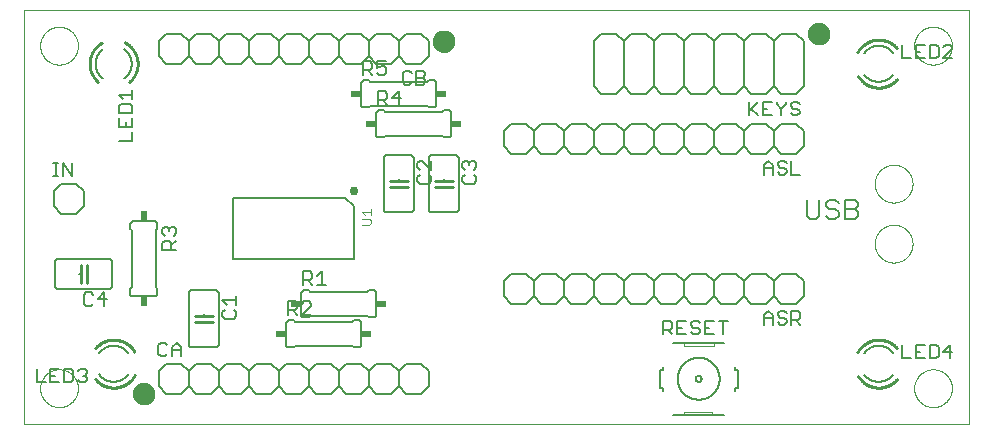
<source format=gto>
G75*
%MOIN*%
%OFA0B0*%
%FSLAX25Y25*%
%IPPOS*%
%LPD*%
%AMOC8*
5,1,8,0,0,1.08239X$1,22.5*
%
%ADD10C,0.00000*%
%ADD11C,0.00600*%
%ADD12C,0.05000*%
%ADD13C,0.01000*%
%ADD14C,0.00500*%
%ADD15R,0.03400X0.02400*%
%ADD16R,0.02400X0.03400*%
%ADD17C,0.00200*%
%ADD18C,0.00800*%
%ADD19C,0.03000*%
%ADD20C,0.00400*%
D10*
X0001800Y0001800D02*
X0001800Y0139595D01*
X0316761Y0139595D01*
X0316761Y0001800D01*
X0001800Y0001800D01*
X0007312Y0013611D02*
X0007314Y0013769D01*
X0007320Y0013927D01*
X0007330Y0014085D01*
X0007344Y0014243D01*
X0007362Y0014400D01*
X0007383Y0014557D01*
X0007409Y0014713D01*
X0007439Y0014869D01*
X0007472Y0015024D01*
X0007510Y0015177D01*
X0007551Y0015330D01*
X0007596Y0015482D01*
X0007645Y0015633D01*
X0007698Y0015782D01*
X0007754Y0015930D01*
X0007814Y0016076D01*
X0007878Y0016221D01*
X0007946Y0016364D01*
X0008017Y0016506D01*
X0008091Y0016646D01*
X0008169Y0016783D01*
X0008251Y0016919D01*
X0008335Y0017053D01*
X0008424Y0017184D01*
X0008515Y0017313D01*
X0008610Y0017440D01*
X0008707Y0017565D01*
X0008808Y0017687D01*
X0008912Y0017806D01*
X0009019Y0017923D01*
X0009129Y0018037D01*
X0009242Y0018148D01*
X0009357Y0018257D01*
X0009475Y0018362D01*
X0009596Y0018464D01*
X0009719Y0018564D01*
X0009845Y0018660D01*
X0009973Y0018753D01*
X0010103Y0018843D01*
X0010236Y0018929D01*
X0010371Y0019013D01*
X0010507Y0019092D01*
X0010646Y0019169D01*
X0010787Y0019241D01*
X0010929Y0019311D01*
X0011073Y0019376D01*
X0011219Y0019438D01*
X0011366Y0019496D01*
X0011515Y0019551D01*
X0011665Y0019602D01*
X0011816Y0019649D01*
X0011968Y0019692D01*
X0012121Y0019731D01*
X0012276Y0019767D01*
X0012431Y0019798D01*
X0012587Y0019826D01*
X0012743Y0019850D01*
X0012900Y0019870D01*
X0013058Y0019886D01*
X0013215Y0019898D01*
X0013374Y0019906D01*
X0013532Y0019910D01*
X0013690Y0019910D01*
X0013848Y0019906D01*
X0014007Y0019898D01*
X0014164Y0019886D01*
X0014322Y0019870D01*
X0014479Y0019850D01*
X0014635Y0019826D01*
X0014791Y0019798D01*
X0014946Y0019767D01*
X0015101Y0019731D01*
X0015254Y0019692D01*
X0015406Y0019649D01*
X0015557Y0019602D01*
X0015707Y0019551D01*
X0015856Y0019496D01*
X0016003Y0019438D01*
X0016149Y0019376D01*
X0016293Y0019311D01*
X0016435Y0019241D01*
X0016576Y0019169D01*
X0016715Y0019092D01*
X0016851Y0019013D01*
X0016986Y0018929D01*
X0017119Y0018843D01*
X0017249Y0018753D01*
X0017377Y0018660D01*
X0017503Y0018564D01*
X0017626Y0018464D01*
X0017747Y0018362D01*
X0017865Y0018257D01*
X0017980Y0018148D01*
X0018093Y0018037D01*
X0018203Y0017923D01*
X0018310Y0017806D01*
X0018414Y0017687D01*
X0018515Y0017565D01*
X0018612Y0017440D01*
X0018707Y0017313D01*
X0018798Y0017184D01*
X0018887Y0017053D01*
X0018971Y0016919D01*
X0019053Y0016783D01*
X0019131Y0016646D01*
X0019205Y0016506D01*
X0019276Y0016364D01*
X0019344Y0016221D01*
X0019408Y0016076D01*
X0019468Y0015930D01*
X0019524Y0015782D01*
X0019577Y0015633D01*
X0019626Y0015482D01*
X0019671Y0015330D01*
X0019712Y0015177D01*
X0019750Y0015024D01*
X0019783Y0014869D01*
X0019813Y0014713D01*
X0019839Y0014557D01*
X0019860Y0014400D01*
X0019878Y0014243D01*
X0019892Y0014085D01*
X0019902Y0013927D01*
X0019908Y0013769D01*
X0019910Y0013611D01*
X0019908Y0013453D01*
X0019902Y0013295D01*
X0019892Y0013137D01*
X0019878Y0012979D01*
X0019860Y0012822D01*
X0019839Y0012665D01*
X0019813Y0012509D01*
X0019783Y0012353D01*
X0019750Y0012198D01*
X0019712Y0012045D01*
X0019671Y0011892D01*
X0019626Y0011740D01*
X0019577Y0011589D01*
X0019524Y0011440D01*
X0019468Y0011292D01*
X0019408Y0011146D01*
X0019344Y0011001D01*
X0019276Y0010858D01*
X0019205Y0010716D01*
X0019131Y0010576D01*
X0019053Y0010439D01*
X0018971Y0010303D01*
X0018887Y0010169D01*
X0018798Y0010038D01*
X0018707Y0009909D01*
X0018612Y0009782D01*
X0018515Y0009657D01*
X0018414Y0009535D01*
X0018310Y0009416D01*
X0018203Y0009299D01*
X0018093Y0009185D01*
X0017980Y0009074D01*
X0017865Y0008965D01*
X0017747Y0008860D01*
X0017626Y0008758D01*
X0017503Y0008658D01*
X0017377Y0008562D01*
X0017249Y0008469D01*
X0017119Y0008379D01*
X0016986Y0008293D01*
X0016851Y0008209D01*
X0016715Y0008130D01*
X0016576Y0008053D01*
X0016435Y0007981D01*
X0016293Y0007911D01*
X0016149Y0007846D01*
X0016003Y0007784D01*
X0015856Y0007726D01*
X0015707Y0007671D01*
X0015557Y0007620D01*
X0015406Y0007573D01*
X0015254Y0007530D01*
X0015101Y0007491D01*
X0014946Y0007455D01*
X0014791Y0007424D01*
X0014635Y0007396D01*
X0014479Y0007372D01*
X0014322Y0007352D01*
X0014164Y0007336D01*
X0014007Y0007324D01*
X0013848Y0007316D01*
X0013690Y0007312D01*
X0013532Y0007312D01*
X0013374Y0007316D01*
X0013215Y0007324D01*
X0013058Y0007336D01*
X0012900Y0007352D01*
X0012743Y0007372D01*
X0012587Y0007396D01*
X0012431Y0007424D01*
X0012276Y0007455D01*
X0012121Y0007491D01*
X0011968Y0007530D01*
X0011816Y0007573D01*
X0011665Y0007620D01*
X0011515Y0007671D01*
X0011366Y0007726D01*
X0011219Y0007784D01*
X0011073Y0007846D01*
X0010929Y0007911D01*
X0010787Y0007981D01*
X0010646Y0008053D01*
X0010507Y0008130D01*
X0010371Y0008209D01*
X0010236Y0008293D01*
X0010103Y0008379D01*
X0009973Y0008469D01*
X0009845Y0008562D01*
X0009719Y0008658D01*
X0009596Y0008758D01*
X0009475Y0008860D01*
X0009357Y0008965D01*
X0009242Y0009074D01*
X0009129Y0009185D01*
X0009019Y0009299D01*
X0008912Y0009416D01*
X0008808Y0009535D01*
X0008707Y0009657D01*
X0008610Y0009782D01*
X0008515Y0009909D01*
X0008424Y0010038D01*
X0008335Y0010169D01*
X0008251Y0010303D01*
X0008169Y0010439D01*
X0008091Y0010576D01*
X0008017Y0010716D01*
X0007946Y0010858D01*
X0007878Y0011001D01*
X0007814Y0011146D01*
X0007754Y0011292D01*
X0007698Y0011440D01*
X0007645Y0011589D01*
X0007596Y0011740D01*
X0007551Y0011892D01*
X0007510Y0012045D01*
X0007472Y0012198D01*
X0007439Y0012353D01*
X0007409Y0012509D01*
X0007383Y0012665D01*
X0007362Y0012822D01*
X0007344Y0012979D01*
X0007330Y0013137D01*
X0007320Y0013295D01*
X0007314Y0013453D01*
X0007312Y0013611D01*
X0007312Y0127784D02*
X0007314Y0127942D01*
X0007320Y0128100D01*
X0007330Y0128258D01*
X0007344Y0128416D01*
X0007362Y0128573D01*
X0007383Y0128730D01*
X0007409Y0128886D01*
X0007439Y0129042D01*
X0007472Y0129197D01*
X0007510Y0129350D01*
X0007551Y0129503D01*
X0007596Y0129655D01*
X0007645Y0129806D01*
X0007698Y0129955D01*
X0007754Y0130103D01*
X0007814Y0130249D01*
X0007878Y0130394D01*
X0007946Y0130537D01*
X0008017Y0130679D01*
X0008091Y0130819D01*
X0008169Y0130956D01*
X0008251Y0131092D01*
X0008335Y0131226D01*
X0008424Y0131357D01*
X0008515Y0131486D01*
X0008610Y0131613D01*
X0008707Y0131738D01*
X0008808Y0131860D01*
X0008912Y0131979D01*
X0009019Y0132096D01*
X0009129Y0132210D01*
X0009242Y0132321D01*
X0009357Y0132430D01*
X0009475Y0132535D01*
X0009596Y0132637D01*
X0009719Y0132737D01*
X0009845Y0132833D01*
X0009973Y0132926D01*
X0010103Y0133016D01*
X0010236Y0133102D01*
X0010371Y0133186D01*
X0010507Y0133265D01*
X0010646Y0133342D01*
X0010787Y0133414D01*
X0010929Y0133484D01*
X0011073Y0133549D01*
X0011219Y0133611D01*
X0011366Y0133669D01*
X0011515Y0133724D01*
X0011665Y0133775D01*
X0011816Y0133822D01*
X0011968Y0133865D01*
X0012121Y0133904D01*
X0012276Y0133940D01*
X0012431Y0133971D01*
X0012587Y0133999D01*
X0012743Y0134023D01*
X0012900Y0134043D01*
X0013058Y0134059D01*
X0013215Y0134071D01*
X0013374Y0134079D01*
X0013532Y0134083D01*
X0013690Y0134083D01*
X0013848Y0134079D01*
X0014007Y0134071D01*
X0014164Y0134059D01*
X0014322Y0134043D01*
X0014479Y0134023D01*
X0014635Y0133999D01*
X0014791Y0133971D01*
X0014946Y0133940D01*
X0015101Y0133904D01*
X0015254Y0133865D01*
X0015406Y0133822D01*
X0015557Y0133775D01*
X0015707Y0133724D01*
X0015856Y0133669D01*
X0016003Y0133611D01*
X0016149Y0133549D01*
X0016293Y0133484D01*
X0016435Y0133414D01*
X0016576Y0133342D01*
X0016715Y0133265D01*
X0016851Y0133186D01*
X0016986Y0133102D01*
X0017119Y0133016D01*
X0017249Y0132926D01*
X0017377Y0132833D01*
X0017503Y0132737D01*
X0017626Y0132637D01*
X0017747Y0132535D01*
X0017865Y0132430D01*
X0017980Y0132321D01*
X0018093Y0132210D01*
X0018203Y0132096D01*
X0018310Y0131979D01*
X0018414Y0131860D01*
X0018515Y0131738D01*
X0018612Y0131613D01*
X0018707Y0131486D01*
X0018798Y0131357D01*
X0018887Y0131226D01*
X0018971Y0131092D01*
X0019053Y0130956D01*
X0019131Y0130819D01*
X0019205Y0130679D01*
X0019276Y0130537D01*
X0019344Y0130394D01*
X0019408Y0130249D01*
X0019468Y0130103D01*
X0019524Y0129955D01*
X0019577Y0129806D01*
X0019626Y0129655D01*
X0019671Y0129503D01*
X0019712Y0129350D01*
X0019750Y0129197D01*
X0019783Y0129042D01*
X0019813Y0128886D01*
X0019839Y0128730D01*
X0019860Y0128573D01*
X0019878Y0128416D01*
X0019892Y0128258D01*
X0019902Y0128100D01*
X0019908Y0127942D01*
X0019910Y0127784D01*
X0019908Y0127626D01*
X0019902Y0127468D01*
X0019892Y0127310D01*
X0019878Y0127152D01*
X0019860Y0126995D01*
X0019839Y0126838D01*
X0019813Y0126682D01*
X0019783Y0126526D01*
X0019750Y0126371D01*
X0019712Y0126218D01*
X0019671Y0126065D01*
X0019626Y0125913D01*
X0019577Y0125762D01*
X0019524Y0125613D01*
X0019468Y0125465D01*
X0019408Y0125319D01*
X0019344Y0125174D01*
X0019276Y0125031D01*
X0019205Y0124889D01*
X0019131Y0124749D01*
X0019053Y0124612D01*
X0018971Y0124476D01*
X0018887Y0124342D01*
X0018798Y0124211D01*
X0018707Y0124082D01*
X0018612Y0123955D01*
X0018515Y0123830D01*
X0018414Y0123708D01*
X0018310Y0123589D01*
X0018203Y0123472D01*
X0018093Y0123358D01*
X0017980Y0123247D01*
X0017865Y0123138D01*
X0017747Y0123033D01*
X0017626Y0122931D01*
X0017503Y0122831D01*
X0017377Y0122735D01*
X0017249Y0122642D01*
X0017119Y0122552D01*
X0016986Y0122466D01*
X0016851Y0122382D01*
X0016715Y0122303D01*
X0016576Y0122226D01*
X0016435Y0122154D01*
X0016293Y0122084D01*
X0016149Y0122019D01*
X0016003Y0121957D01*
X0015856Y0121899D01*
X0015707Y0121844D01*
X0015557Y0121793D01*
X0015406Y0121746D01*
X0015254Y0121703D01*
X0015101Y0121664D01*
X0014946Y0121628D01*
X0014791Y0121597D01*
X0014635Y0121569D01*
X0014479Y0121545D01*
X0014322Y0121525D01*
X0014164Y0121509D01*
X0014007Y0121497D01*
X0013848Y0121489D01*
X0013690Y0121485D01*
X0013532Y0121485D01*
X0013374Y0121489D01*
X0013215Y0121497D01*
X0013058Y0121509D01*
X0012900Y0121525D01*
X0012743Y0121545D01*
X0012587Y0121569D01*
X0012431Y0121597D01*
X0012276Y0121628D01*
X0012121Y0121664D01*
X0011968Y0121703D01*
X0011816Y0121746D01*
X0011665Y0121793D01*
X0011515Y0121844D01*
X0011366Y0121899D01*
X0011219Y0121957D01*
X0011073Y0122019D01*
X0010929Y0122084D01*
X0010787Y0122154D01*
X0010646Y0122226D01*
X0010507Y0122303D01*
X0010371Y0122382D01*
X0010236Y0122466D01*
X0010103Y0122552D01*
X0009973Y0122642D01*
X0009845Y0122735D01*
X0009719Y0122831D01*
X0009596Y0122931D01*
X0009475Y0123033D01*
X0009357Y0123138D01*
X0009242Y0123247D01*
X0009129Y0123358D01*
X0009019Y0123472D01*
X0008912Y0123589D01*
X0008808Y0123708D01*
X0008707Y0123830D01*
X0008610Y0123955D01*
X0008515Y0124082D01*
X0008424Y0124211D01*
X0008335Y0124342D01*
X0008251Y0124476D01*
X0008169Y0124612D01*
X0008091Y0124749D01*
X0008017Y0124889D01*
X0007946Y0125031D01*
X0007878Y0125174D01*
X0007814Y0125319D01*
X0007754Y0125465D01*
X0007698Y0125613D01*
X0007645Y0125762D01*
X0007596Y0125913D01*
X0007551Y0126065D01*
X0007510Y0126218D01*
X0007472Y0126371D01*
X0007439Y0126526D01*
X0007409Y0126682D01*
X0007383Y0126838D01*
X0007362Y0126995D01*
X0007344Y0127152D01*
X0007330Y0127310D01*
X0007320Y0127468D01*
X0007314Y0127626D01*
X0007312Y0127784D01*
X0285501Y0081800D02*
X0285503Y0081958D01*
X0285509Y0082116D01*
X0285519Y0082274D01*
X0285533Y0082432D01*
X0285551Y0082589D01*
X0285572Y0082746D01*
X0285598Y0082902D01*
X0285628Y0083058D01*
X0285661Y0083213D01*
X0285699Y0083366D01*
X0285740Y0083519D01*
X0285785Y0083671D01*
X0285834Y0083822D01*
X0285887Y0083971D01*
X0285943Y0084119D01*
X0286003Y0084265D01*
X0286067Y0084410D01*
X0286135Y0084553D01*
X0286206Y0084695D01*
X0286280Y0084835D01*
X0286358Y0084972D01*
X0286440Y0085108D01*
X0286524Y0085242D01*
X0286613Y0085373D01*
X0286704Y0085502D01*
X0286799Y0085629D01*
X0286896Y0085754D01*
X0286997Y0085876D01*
X0287101Y0085995D01*
X0287208Y0086112D01*
X0287318Y0086226D01*
X0287431Y0086337D01*
X0287546Y0086446D01*
X0287664Y0086551D01*
X0287785Y0086653D01*
X0287908Y0086753D01*
X0288034Y0086849D01*
X0288162Y0086942D01*
X0288292Y0087032D01*
X0288425Y0087118D01*
X0288560Y0087202D01*
X0288696Y0087281D01*
X0288835Y0087358D01*
X0288976Y0087430D01*
X0289118Y0087500D01*
X0289262Y0087565D01*
X0289408Y0087627D01*
X0289555Y0087685D01*
X0289704Y0087740D01*
X0289854Y0087791D01*
X0290005Y0087838D01*
X0290157Y0087881D01*
X0290310Y0087920D01*
X0290465Y0087956D01*
X0290620Y0087987D01*
X0290776Y0088015D01*
X0290932Y0088039D01*
X0291089Y0088059D01*
X0291247Y0088075D01*
X0291404Y0088087D01*
X0291563Y0088095D01*
X0291721Y0088099D01*
X0291879Y0088099D01*
X0292037Y0088095D01*
X0292196Y0088087D01*
X0292353Y0088075D01*
X0292511Y0088059D01*
X0292668Y0088039D01*
X0292824Y0088015D01*
X0292980Y0087987D01*
X0293135Y0087956D01*
X0293290Y0087920D01*
X0293443Y0087881D01*
X0293595Y0087838D01*
X0293746Y0087791D01*
X0293896Y0087740D01*
X0294045Y0087685D01*
X0294192Y0087627D01*
X0294338Y0087565D01*
X0294482Y0087500D01*
X0294624Y0087430D01*
X0294765Y0087358D01*
X0294904Y0087281D01*
X0295040Y0087202D01*
X0295175Y0087118D01*
X0295308Y0087032D01*
X0295438Y0086942D01*
X0295566Y0086849D01*
X0295692Y0086753D01*
X0295815Y0086653D01*
X0295936Y0086551D01*
X0296054Y0086446D01*
X0296169Y0086337D01*
X0296282Y0086226D01*
X0296392Y0086112D01*
X0296499Y0085995D01*
X0296603Y0085876D01*
X0296704Y0085754D01*
X0296801Y0085629D01*
X0296896Y0085502D01*
X0296987Y0085373D01*
X0297076Y0085242D01*
X0297160Y0085108D01*
X0297242Y0084972D01*
X0297320Y0084835D01*
X0297394Y0084695D01*
X0297465Y0084553D01*
X0297533Y0084410D01*
X0297597Y0084265D01*
X0297657Y0084119D01*
X0297713Y0083971D01*
X0297766Y0083822D01*
X0297815Y0083671D01*
X0297860Y0083519D01*
X0297901Y0083366D01*
X0297939Y0083213D01*
X0297972Y0083058D01*
X0298002Y0082902D01*
X0298028Y0082746D01*
X0298049Y0082589D01*
X0298067Y0082432D01*
X0298081Y0082274D01*
X0298091Y0082116D01*
X0298097Y0081958D01*
X0298099Y0081800D01*
X0298097Y0081642D01*
X0298091Y0081484D01*
X0298081Y0081326D01*
X0298067Y0081168D01*
X0298049Y0081011D01*
X0298028Y0080854D01*
X0298002Y0080698D01*
X0297972Y0080542D01*
X0297939Y0080387D01*
X0297901Y0080234D01*
X0297860Y0080081D01*
X0297815Y0079929D01*
X0297766Y0079778D01*
X0297713Y0079629D01*
X0297657Y0079481D01*
X0297597Y0079335D01*
X0297533Y0079190D01*
X0297465Y0079047D01*
X0297394Y0078905D01*
X0297320Y0078765D01*
X0297242Y0078628D01*
X0297160Y0078492D01*
X0297076Y0078358D01*
X0296987Y0078227D01*
X0296896Y0078098D01*
X0296801Y0077971D01*
X0296704Y0077846D01*
X0296603Y0077724D01*
X0296499Y0077605D01*
X0296392Y0077488D01*
X0296282Y0077374D01*
X0296169Y0077263D01*
X0296054Y0077154D01*
X0295936Y0077049D01*
X0295815Y0076947D01*
X0295692Y0076847D01*
X0295566Y0076751D01*
X0295438Y0076658D01*
X0295308Y0076568D01*
X0295175Y0076482D01*
X0295040Y0076398D01*
X0294904Y0076319D01*
X0294765Y0076242D01*
X0294624Y0076170D01*
X0294482Y0076100D01*
X0294338Y0076035D01*
X0294192Y0075973D01*
X0294045Y0075915D01*
X0293896Y0075860D01*
X0293746Y0075809D01*
X0293595Y0075762D01*
X0293443Y0075719D01*
X0293290Y0075680D01*
X0293135Y0075644D01*
X0292980Y0075613D01*
X0292824Y0075585D01*
X0292668Y0075561D01*
X0292511Y0075541D01*
X0292353Y0075525D01*
X0292196Y0075513D01*
X0292037Y0075505D01*
X0291879Y0075501D01*
X0291721Y0075501D01*
X0291563Y0075505D01*
X0291404Y0075513D01*
X0291247Y0075525D01*
X0291089Y0075541D01*
X0290932Y0075561D01*
X0290776Y0075585D01*
X0290620Y0075613D01*
X0290465Y0075644D01*
X0290310Y0075680D01*
X0290157Y0075719D01*
X0290005Y0075762D01*
X0289854Y0075809D01*
X0289704Y0075860D01*
X0289555Y0075915D01*
X0289408Y0075973D01*
X0289262Y0076035D01*
X0289118Y0076100D01*
X0288976Y0076170D01*
X0288835Y0076242D01*
X0288696Y0076319D01*
X0288560Y0076398D01*
X0288425Y0076482D01*
X0288292Y0076568D01*
X0288162Y0076658D01*
X0288034Y0076751D01*
X0287908Y0076847D01*
X0287785Y0076947D01*
X0287664Y0077049D01*
X0287546Y0077154D01*
X0287431Y0077263D01*
X0287318Y0077374D01*
X0287208Y0077488D01*
X0287101Y0077605D01*
X0286997Y0077724D01*
X0286896Y0077846D01*
X0286799Y0077971D01*
X0286704Y0078098D01*
X0286613Y0078227D01*
X0286524Y0078358D01*
X0286440Y0078492D01*
X0286358Y0078628D01*
X0286280Y0078765D01*
X0286206Y0078905D01*
X0286135Y0079047D01*
X0286067Y0079190D01*
X0286003Y0079335D01*
X0285943Y0079481D01*
X0285887Y0079629D01*
X0285834Y0079778D01*
X0285785Y0079929D01*
X0285740Y0080081D01*
X0285699Y0080234D01*
X0285661Y0080387D01*
X0285628Y0080542D01*
X0285598Y0080698D01*
X0285572Y0080854D01*
X0285551Y0081011D01*
X0285533Y0081168D01*
X0285519Y0081326D01*
X0285509Y0081484D01*
X0285503Y0081642D01*
X0285501Y0081800D01*
X0285501Y0061800D02*
X0285503Y0061958D01*
X0285509Y0062116D01*
X0285519Y0062274D01*
X0285533Y0062432D01*
X0285551Y0062589D01*
X0285572Y0062746D01*
X0285598Y0062902D01*
X0285628Y0063058D01*
X0285661Y0063213D01*
X0285699Y0063366D01*
X0285740Y0063519D01*
X0285785Y0063671D01*
X0285834Y0063822D01*
X0285887Y0063971D01*
X0285943Y0064119D01*
X0286003Y0064265D01*
X0286067Y0064410D01*
X0286135Y0064553D01*
X0286206Y0064695D01*
X0286280Y0064835D01*
X0286358Y0064972D01*
X0286440Y0065108D01*
X0286524Y0065242D01*
X0286613Y0065373D01*
X0286704Y0065502D01*
X0286799Y0065629D01*
X0286896Y0065754D01*
X0286997Y0065876D01*
X0287101Y0065995D01*
X0287208Y0066112D01*
X0287318Y0066226D01*
X0287431Y0066337D01*
X0287546Y0066446D01*
X0287664Y0066551D01*
X0287785Y0066653D01*
X0287908Y0066753D01*
X0288034Y0066849D01*
X0288162Y0066942D01*
X0288292Y0067032D01*
X0288425Y0067118D01*
X0288560Y0067202D01*
X0288696Y0067281D01*
X0288835Y0067358D01*
X0288976Y0067430D01*
X0289118Y0067500D01*
X0289262Y0067565D01*
X0289408Y0067627D01*
X0289555Y0067685D01*
X0289704Y0067740D01*
X0289854Y0067791D01*
X0290005Y0067838D01*
X0290157Y0067881D01*
X0290310Y0067920D01*
X0290465Y0067956D01*
X0290620Y0067987D01*
X0290776Y0068015D01*
X0290932Y0068039D01*
X0291089Y0068059D01*
X0291247Y0068075D01*
X0291404Y0068087D01*
X0291563Y0068095D01*
X0291721Y0068099D01*
X0291879Y0068099D01*
X0292037Y0068095D01*
X0292196Y0068087D01*
X0292353Y0068075D01*
X0292511Y0068059D01*
X0292668Y0068039D01*
X0292824Y0068015D01*
X0292980Y0067987D01*
X0293135Y0067956D01*
X0293290Y0067920D01*
X0293443Y0067881D01*
X0293595Y0067838D01*
X0293746Y0067791D01*
X0293896Y0067740D01*
X0294045Y0067685D01*
X0294192Y0067627D01*
X0294338Y0067565D01*
X0294482Y0067500D01*
X0294624Y0067430D01*
X0294765Y0067358D01*
X0294904Y0067281D01*
X0295040Y0067202D01*
X0295175Y0067118D01*
X0295308Y0067032D01*
X0295438Y0066942D01*
X0295566Y0066849D01*
X0295692Y0066753D01*
X0295815Y0066653D01*
X0295936Y0066551D01*
X0296054Y0066446D01*
X0296169Y0066337D01*
X0296282Y0066226D01*
X0296392Y0066112D01*
X0296499Y0065995D01*
X0296603Y0065876D01*
X0296704Y0065754D01*
X0296801Y0065629D01*
X0296896Y0065502D01*
X0296987Y0065373D01*
X0297076Y0065242D01*
X0297160Y0065108D01*
X0297242Y0064972D01*
X0297320Y0064835D01*
X0297394Y0064695D01*
X0297465Y0064553D01*
X0297533Y0064410D01*
X0297597Y0064265D01*
X0297657Y0064119D01*
X0297713Y0063971D01*
X0297766Y0063822D01*
X0297815Y0063671D01*
X0297860Y0063519D01*
X0297901Y0063366D01*
X0297939Y0063213D01*
X0297972Y0063058D01*
X0298002Y0062902D01*
X0298028Y0062746D01*
X0298049Y0062589D01*
X0298067Y0062432D01*
X0298081Y0062274D01*
X0298091Y0062116D01*
X0298097Y0061958D01*
X0298099Y0061800D01*
X0298097Y0061642D01*
X0298091Y0061484D01*
X0298081Y0061326D01*
X0298067Y0061168D01*
X0298049Y0061011D01*
X0298028Y0060854D01*
X0298002Y0060698D01*
X0297972Y0060542D01*
X0297939Y0060387D01*
X0297901Y0060234D01*
X0297860Y0060081D01*
X0297815Y0059929D01*
X0297766Y0059778D01*
X0297713Y0059629D01*
X0297657Y0059481D01*
X0297597Y0059335D01*
X0297533Y0059190D01*
X0297465Y0059047D01*
X0297394Y0058905D01*
X0297320Y0058765D01*
X0297242Y0058628D01*
X0297160Y0058492D01*
X0297076Y0058358D01*
X0296987Y0058227D01*
X0296896Y0058098D01*
X0296801Y0057971D01*
X0296704Y0057846D01*
X0296603Y0057724D01*
X0296499Y0057605D01*
X0296392Y0057488D01*
X0296282Y0057374D01*
X0296169Y0057263D01*
X0296054Y0057154D01*
X0295936Y0057049D01*
X0295815Y0056947D01*
X0295692Y0056847D01*
X0295566Y0056751D01*
X0295438Y0056658D01*
X0295308Y0056568D01*
X0295175Y0056482D01*
X0295040Y0056398D01*
X0294904Y0056319D01*
X0294765Y0056242D01*
X0294624Y0056170D01*
X0294482Y0056100D01*
X0294338Y0056035D01*
X0294192Y0055973D01*
X0294045Y0055915D01*
X0293896Y0055860D01*
X0293746Y0055809D01*
X0293595Y0055762D01*
X0293443Y0055719D01*
X0293290Y0055680D01*
X0293135Y0055644D01*
X0292980Y0055613D01*
X0292824Y0055585D01*
X0292668Y0055561D01*
X0292511Y0055541D01*
X0292353Y0055525D01*
X0292196Y0055513D01*
X0292037Y0055505D01*
X0291879Y0055501D01*
X0291721Y0055501D01*
X0291563Y0055505D01*
X0291404Y0055513D01*
X0291247Y0055525D01*
X0291089Y0055541D01*
X0290932Y0055561D01*
X0290776Y0055585D01*
X0290620Y0055613D01*
X0290465Y0055644D01*
X0290310Y0055680D01*
X0290157Y0055719D01*
X0290005Y0055762D01*
X0289854Y0055809D01*
X0289704Y0055860D01*
X0289555Y0055915D01*
X0289408Y0055973D01*
X0289262Y0056035D01*
X0289118Y0056100D01*
X0288976Y0056170D01*
X0288835Y0056242D01*
X0288696Y0056319D01*
X0288560Y0056398D01*
X0288425Y0056482D01*
X0288292Y0056568D01*
X0288162Y0056658D01*
X0288034Y0056751D01*
X0287908Y0056847D01*
X0287785Y0056947D01*
X0287664Y0057049D01*
X0287546Y0057154D01*
X0287431Y0057263D01*
X0287318Y0057374D01*
X0287208Y0057488D01*
X0287101Y0057605D01*
X0286997Y0057724D01*
X0286896Y0057846D01*
X0286799Y0057971D01*
X0286704Y0058098D01*
X0286613Y0058227D01*
X0286524Y0058358D01*
X0286440Y0058492D01*
X0286358Y0058628D01*
X0286280Y0058765D01*
X0286206Y0058905D01*
X0286135Y0059047D01*
X0286067Y0059190D01*
X0286003Y0059335D01*
X0285943Y0059481D01*
X0285887Y0059629D01*
X0285834Y0059778D01*
X0285785Y0059929D01*
X0285740Y0060081D01*
X0285699Y0060234D01*
X0285661Y0060387D01*
X0285628Y0060542D01*
X0285598Y0060698D01*
X0285572Y0060854D01*
X0285551Y0061011D01*
X0285533Y0061168D01*
X0285519Y0061326D01*
X0285509Y0061484D01*
X0285503Y0061642D01*
X0285501Y0061800D01*
X0298651Y0013611D02*
X0298653Y0013769D01*
X0298659Y0013927D01*
X0298669Y0014085D01*
X0298683Y0014243D01*
X0298701Y0014400D01*
X0298722Y0014557D01*
X0298748Y0014713D01*
X0298778Y0014869D01*
X0298811Y0015024D01*
X0298849Y0015177D01*
X0298890Y0015330D01*
X0298935Y0015482D01*
X0298984Y0015633D01*
X0299037Y0015782D01*
X0299093Y0015930D01*
X0299153Y0016076D01*
X0299217Y0016221D01*
X0299285Y0016364D01*
X0299356Y0016506D01*
X0299430Y0016646D01*
X0299508Y0016783D01*
X0299590Y0016919D01*
X0299674Y0017053D01*
X0299763Y0017184D01*
X0299854Y0017313D01*
X0299949Y0017440D01*
X0300046Y0017565D01*
X0300147Y0017687D01*
X0300251Y0017806D01*
X0300358Y0017923D01*
X0300468Y0018037D01*
X0300581Y0018148D01*
X0300696Y0018257D01*
X0300814Y0018362D01*
X0300935Y0018464D01*
X0301058Y0018564D01*
X0301184Y0018660D01*
X0301312Y0018753D01*
X0301442Y0018843D01*
X0301575Y0018929D01*
X0301710Y0019013D01*
X0301846Y0019092D01*
X0301985Y0019169D01*
X0302126Y0019241D01*
X0302268Y0019311D01*
X0302412Y0019376D01*
X0302558Y0019438D01*
X0302705Y0019496D01*
X0302854Y0019551D01*
X0303004Y0019602D01*
X0303155Y0019649D01*
X0303307Y0019692D01*
X0303460Y0019731D01*
X0303615Y0019767D01*
X0303770Y0019798D01*
X0303926Y0019826D01*
X0304082Y0019850D01*
X0304239Y0019870D01*
X0304397Y0019886D01*
X0304554Y0019898D01*
X0304713Y0019906D01*
X0304871Y0019910D01*
X0305029Y0019910D01*
X0305187Y0019906D01*
X0305346Y0019898D01*
X0305503Y0019886D01*
X0305661Y0019870D01*
X0305818Y0019850D01*
X0305974Y0019826D01*
X0306130Y0019798D01*
X0306285Y0019767D01*
X0306440Y0019731D01*
X0306593Y0019692D01*
X0306745Y0019649D01*
X0306896Y0019602D01*
X0307046Y0019551D01*
X0307195Y0019496D01*
X0307342Y0019438D01*
X0307488Y0019376D01*
X0307632Y0019311D01*
X0307774Y0019241D01*
X0307915Y0019169D01*
X0308054Y0019092D01*
X0308190Y0019013D01*
X0308325Y0018929D01*
X0308458Y0018843D01*
X0308588Y0018753D01*
X0308716Y0018660D01*
X0308842Y0018564D01*
X0308965Y0018464D01*
X0309086Y0018362D01*
X0309204Y0018257D01*
X0309319Y0018148D01*
X0309432Y0018037D01*
X0309542Y0017923D01*
X0309649Y0017806D01*
X0309753Y0017687D01*
X0309854Y0017565D01*
X0309951Y0017440D01*
X0310046Y0017313D01*
X0310137Y0017184D01*
X0310226Y0017053D01*
X0310310Y0016919D01*
X0310392Y0016783D01*
X0310470Y0016646D01*
X0310544Y0016506D01*
X0310615Y0016364D01*
X0310683Y0016221D01*
X0310747Y0016076D01*
X0310807Y0015930D01*
X0310863Y0015782D01*
X0310916Y0015633D01*
X0310965Y0015482D01*
X0311010Y0015330D01*
X0311051Y0015177D01*
X0311089Y0015024D01*
X0311122Y0014869D01*
X0311152Y0014713D01*
X0311178Y0014557D01*
X0311199Y0014400D01*
X0311217Y0014243D01*
X0311231Y0014085D01*
X0311241Y0013927D01*
X0311247Y0013769D01*
X0311249Y0013611D01*
X0311247Y0013453D01*
X0311241Y0013295D01*
X0311231Y0013137D01*
X0311217Y0012979D01*
X0311199Y0012822D01*
X0311178Y0012665D01*
X0311152Y0012509D01*
X0311122Y0012353D01*
X0311089Y0012198D01*
X0311051Y0012045D01*
X0311010Y0011892D01*
X0310965Y0011740D01*
X0310916Y0011589D01*
X0310863Y0011440D01*
X0310807Y0011292D01*
X0310747Y0011146D01*
X0310683Y0011001D01*
X0310615Y0010858D01*
X0310544Y0010716D01*
X0310470Y0010576D01*
X0310392Y0010439D01*
X0310310Y0010303D01*
X0310226Y0010169D01*
X0310137Y0010038D01*
X0310046Y0009909D01*
X0309951Y0009782D01*
X0309854Y0009657D01*
X0309753Y0009535D01*
X0309649Y0009416D01*
X0309542Y0009299D01*
X0309432Y0009185D01*
X0309319Y0009074D01*
X0309204Y0008965D01*
X0309086Y0008860D01*
X0308965Y0008758D01*
X0308842Y0008658D01*
X0308716Y0008562D01*
X0308588Y0008469D01*
X0308458Y0008379D01*
X0308325Y0008293D01*
X0308190Y0008209D01*
X0308054Y0008130D01*
X0307915Y0008053D01*
X0307774Y0007981D01*
X0307632Y0007911D01*
X0307488Y0007846D01*
X0307342Y0007784D01*
X0307195Y0007726D01*
X0307046Y0007671D01*
X0306896Y0007620D01*
X0306745Y0007573D01*
X0306593Y0007530D01*
X0306440Y0007491D01*
X0306285Y0007455D01*
X0306130Y0007424D01*
X0305974Y0007396D01*
X0305818Y0007372D01*
X0305661Y0007352D01*
X0305503Y0007336D01*
X0305346Y0007324D01*
X0305187Y0007316D01*
X0305029Y0007312D01*
X0304871Y0007312D01*
X0304713Y0007316D01*
X0304554Y0007324D01*
X0304397Y0007336D01*
X0304239Y0007352D01*
X0304082Y0007372D01*
X0303926Y0007396D01*
X0303770Y0007424D01*
X0303615Y0007455D01*
X0303460Y0007491D01*
X0303307Y0007530D01*
X0303155Y0007573D01*
X0303004Y0007620D01*
X0302854Y0007671D01*
X0302705Y0007726D01*
X0302558Y0007784D01*
X0302412Y0007846D01*
X0302268Y0007911D01*
X0302126Y0007981D01*
X0301985Y0008053D01*
X0301846Y0008130D01*
X0301710Y0008209D01*
X0301575Y0008293D01*
X0301442Y0008379D01*
X0301312Y0008469D01*
X0301184Y0008562D01*
X0301058Y0008658D01*
X0300935Y0008758D01*
X0300814Y0008860D01*
X0300696Y0008965D01*
X0300581Y0009074D01*
X0300468Y0009185D01*
X0300358Y0009299D01*
X0300251Y0009416D01*
X0300147Y0009535D01*
X0300046Y0009657D01*
X0299949Y0009782D01*
X0299854Y0009909D01*
X0299763Y0010038D01*
X0299674Y0010169D01*
X0299590Y0010303D01*
X0299508Y0010439D01*
X0299430Y0010576D01*
X0299356Y0010716D01*
X0299285Y0010858D01*
X0299217Y0011001D01*
X0299153Y0011146D01*
X0299093Y0011292D01*
X0299037Y0011440D01*
X0298984Y0011589D01*
X0298935Y0011740D01*
X0298890Y0011892D01*
X0298849Y0012045D01*
X0298811Y0012198D01*
X0298778Y0012353D01*
X0298748Y0012509D01*
X0298722Y0012665D01*
X0298701Y0012822D01*
X0298683Y0012979D01*
X0298669Y0013137D01*
X0298659Y0013295D01*
X0298653Y0013453D01*
X0298651Y0013611D01*
X0298651Y0127784D02*
X0298653Y0127942D01*
X0298659Y0128100D01*
X0298669Y0128258D01*
X0298683Y0128416D01*
X0298701Y0128573D01*
X0298722Y0128730D01*
X0298748Y0128886D01*
X0298778Y0129042D01*
X0298811Y0129197D01*
X0298849Y0129350D01*
X0298890Y0129503D01*
X0298935Y0129655D01*
X0298984Y0129806D01*
X0299037Y0129955D01*
X0299093Y0130103D01*
X0299153Y0130249D01*
X0299217Y0130394D01*
X0299285Y0130537D01*
X0299356Y0130679D01*
X0299430Y0130819D01*
X0299508Y0130956D01*
X0299590Y0131092D01*
X0299674Y0131226D01*
X0299763Y0131357D01*
X0299854Y0131486D01*
X0299949Y0131613D01*
X0300046Y0131738D01*
X0300147Y0131860D01*
X0300251Y0131979D01*
X0300358Y0132096D01*
X0300468Y0132210D01*
X0300581Y0132321D01*
X0300696Y0132430D01*
X0300814Y0132535D01*
X0300935Y0132637D01*
X0301058Y0132737D01*
X0301184Y0132833D01*
X0301312Y0132926D01*
X0301442Y0133016D01*
X0301575Y0133102D01*
X0301710Y0133186D01*
X0301846Y0133265D01*
X0301985Y0133342D01*
X0302126Y0133414D01*
X0302268Y0133484D01*
X0302412Y0133549D01*
X0302558Y0133611D01*
X0302705Y0133669D01*
X0302854Y0133724D01*
X0303004Y0133775D01*
X0303155Y0133822D01*
X0303307Y0133865D01*
X0303460Y0133904D01*
X0303615Y0133940D01*
X0303770Y0133971D01*
X0303926Y0133999D01*
X0304082Y0134023D01*
X0304239Y0134043D01*
X0304397Y0134059D01*
X0304554Y0134071D01*
X0304713Y0134079D01*
X0304871Y0134083D01*
X0305029Y0134083D01*
X0305187Y0134079D01*
X0305346Y0134071D01*
X0305503Y0134059D01*
X0305661Y0134043D01*
X0305818Y0134023D01*
X0305974Y0133999D01*
X0306130Y0133971D01*
X0306285Y0133940D01*
X0306440Y0133904D01*
X0306593Y0133865D01*
X0306745Y0133822D01*
X0306896Y0133775D01*
X0307046Y0133724D01*
X0307195Y0133669D01*
X0307342Y0133611D01*
X0307488Y0133549D01*
X0307632Y0133484D01*
X0307774Y0133414D01*
X0307915Y0133342D01*
X0308054Y0133265D01*
X0308190Y0133186D01*
X0308325Y0133102D01*
X0308458Y0133016D01*
X0308588Y0132926D01*
X0308716Y0132833D01*
X0308842Y0132737D01*
X0308965Y0132637D01*
X0309086Y0132535D01*
X0309204Y0132430D01*
X0309319Y0132321D01*
X0309432Y0132210D01*
X0309542Y0132096D01*
X0309649Y0131979D01*
X0309753Y0131860D01*
X0309854Y0131738D01*
X0309951Y0131613D01*
X0310046Y0131486D01*
X0310137Y0131357D01*
X0310226Y0131226D01*
X0310310Y0131092D01*
X0310392Y0130956D01*
X0310470Y0130819D01*
X0310544Y0130679D01*
X0310615Y0130537D01*
X0310683Y0130394D01*
X0310747Y0130249D01*
X0310807Y0130103D01*
X0310863Y0129955D01*
X0310916Y0129806D01*
X0310965Y0129655D01*
X0311010Y0129503D01*
X0311051Y0129350D01*
X0311089Y0129197D01*
X0311122Y0129042D01*
X0311152Y0128886D01*
X0311178Y0128730D01*
X0311199Y0128573D01*
X0311217Y0128416D01*
X0311231Y0128258D01*
X0311241Y0128100D01*
X0311247Y0127942D01*
X0311249Y0127784D01*
X0311247Y0127626D01*
X0311241Y0127468D01*
X0311231Y0127310D01*
X0311217Y0127152D01*
X0311199Y0126995D01*
X0311178Y0126838D01*
X0311152Y0126682D01*
X0311122Y0126526D01*
X0311089Y0126371D01*
X0311051Y0126218D01*
X0311010Y0126065D01*
X0310965Y0125913D01*
X0310916Y0125762D01*
X0310863Y0125613D01*
X0310807Y0125465D01*
X0310747Y0125319D01*
X0310683Y0125174D01*
X0310615Y0125031D01*
X0310544Y0124889D01*
X0310470Y0124749D01*
X0310392Y0124612D01*
X0310310Y0124476D01*
X0310226Y0124342D01*
X0310137Y0124211D01*
X0310046Y0124082D01*
X0309951Y0123955D01*
X0309854Y0123830D01*
X0309753Y0123708D01*
X0309649Y0123589D01*
X0309542Y0123472D01*
X0309432Y0123358D01*
X0309319Y0123247D01*
X0309204Y0123138D01*
X0309086Y0123033D01*
X0308965Y0122931D01*
X0308842Y0122831D01*
X0308716Y0122735D01*
X0308588Y0122642D01*
X0308458Y0122552D01*
X0308325Y0122466D01*
X0308190Y0122382D01*
X0308054Y0122303D01*
X0307915Y0122226D01*
X0307774Y0122154D01*
X0307632Y0122084D01*
X0307488Y0122019D01*
X0307342Y0121957D01*
X0307195Y0121899D01*
X0307046Y0121844D01*
X0306896Y0121793D01*
X0306745Y0121746D01*
X0306593Y0121703D01*
X0306440Y0121664D01*
X0306285Y0121628D01*
X0306130Y0121597D01*
X0305974Y0121569D01*
X0305818Y0121545D01*
X0305661Y0121525D01*
X0305503Y0121509D01*
X0305346Y0121497D01*
X0305187Y0121489D01*
X0305029Y0121485D01*
X0304871Y0121485D01*
X0304713Y0121489D01*
X0304554Y0121497D01*
X0304397Y0121509D01*
X0304239Y0121525D01*
X0304082Y0121545D01*
X0303926Y0121569D01*
X0303770Y0121597D01*
X0303615Y0121628D01*
X0303460Y0121664D01*
X0303307Y0121703D01*
X0303155Y0121746D01*
X0303004Y0121793D01*
X0302854Y0121844D01*
X0302705Y0121899D01*
X0302558Y0121957D01*
X0302412Y0122019D01*
X0302268Y0122084D01*
X0302126Y0122154D01*
X0301985Y0122226D01*
X0301846Y0122303D01*
X0301710Y0122382D01*
X0301575Y0122466D01*
X0301442Y0122552D01*
X0301312Y0122642D01*
X0301184Y0122735D01*
X0301058Y0122831D01*
X0300935Y0122931D01*
X0300814Y0123033D01*
X0300696Y0123138D01*
X0300581Y0123247D01*
X0300468Y0123358D01*
X0300358Y0123472D01*
X0300251Y0123589D01*
X0300147Y0123708D01*
X0300046Y0123830D01*
X0299949Y0123955D01*
X0299854Y0124082D01*
X0299763Y0124211D01*
X0299674Y0124342D01*
X0299590Y0124476D01*
X0299508Y0124612D01*
X0299430Y0124749D01*
X0299356Y0124889D01*
X0299285Y0125031D01*
X0299217Y0125174D01*
X0299153Y0125319D01*
X0299093Y0125465D01*
X0299037Y0125613D01*
X0298984Y0125762D01*
X0298935Y0125913D01*
X0298890Y0126065D01*
X0298849Y0126218D01*
X0298811Y0126371D01*
X0298778Y0126526D01*
X0298748Y0126682D01*
X0298722Y0126838D01*
X0298701Y0126995D01*
X0298683Y0127152D01*
X0298669Y0127310D01*
X0298659Y0127468D01*
X0298653Y0127626D01*
X0298651Y0127784D01*
D11*
X0286800Y0115800D02*
X0286648Y0115802D01*
X0286497Y0115808D01*
X0286346Y0115817D01*
X0286194Y0115831D01*
X0286044Y0115848D01*
X0285894Y0115869D01*
X0285744Y0115894D01*
X0285595Y0115922D01*
X0285447Y0115955D01*
X0285300Y0115991D01*
X0285153Y0116030D01*
X0285008Y0116074D01*
X0284864Y0116121D01*
X0284721Y0116172D01*
X0284580Y0116226D01*
X0284439Y0116284D01*
X0284301Y0116345D01*
X0284164Y0116410D01*
X0284028Y0116479D01*
X0283895Y0116550D01*
X0283763Y0116625D01*
X0283633Y0116704D01*
X0283506Y0116785D01*
X0283380Y0116870D01*
X0283256Y0116958D01*
X0283135Y0117049D01*
X0283016Y0117143D01*
X0282900Y0117241D01*
X0282786Y0117341D01*
X0282674Y0117443D01*
X0282566Y0117549D01*
X0282460Y0117657D01*
X0282356Y0117768D01*
X0282256Y0117882D01*
X0282158Y0117998D01*
X0282064Y0118117D01*
X0286800Y0127800D02*
X0286954Y0127798D01*
X0287108Y0127792D01*
X0287262Y0127782D01*
X0287416Y0127768D01*
X0287569Y0127751D01*
X0287721Y0127729D01*
X0287873Y0127703D01*
X0288025Y0127674D01*
X0288175Y0127640D01*
X0288325Y0127603D01*
X0288473Y0127562D01*
X0288621Y0127517D01*
X0288767Y0127468D01*
X0288912Y0127416D01*
X0289055Y0127360D01*
X0289198Y0127300D01*
X0289338Y0127237D01*
X0289477Y0127170D01*
X0289614Y0127099D01*
X0289749Y0127025D01*
X0289882Y0126948D01*
X0290014Y0126867D01*
X0290143Y0126783D01*
X0290270Y0126695D01*
X0290394Y0126604D01*
X0290516Y0126511D01*
X0290636Y0126413D01*
X0290753Y0126313D01*
X0290868Y0126210D01*
X0290980Y0126104D01*
X0291089Y0125996D01*
X0291195Y0125884D01*
X0291299Y0125770D01*
X0291399Y0125653D01*
X0291497Y0125534D01*
X0291591Y0125412D01*
X0291682Y0125287D01*
X0286800Y0127800D02*
X0286650Y0127798D01*
X0286499Y0127792D01*
X0286349Y0127783D01*
X0286200Y0127770D01*
X0286050Y0127753D01*
X0285901Y0127732D01*
X0285753Y0127708D01*
X0285605Y0127680D01*
X0285458Y0127648D01*
X0285312Y0127613D01*
X0285167Y0127573D01*
X0285023Y0127531D01*
X0284880Y0127484D01*
X0284738Y0127434D01*
X0284597Y0127381D01*
X0284458Y0127324D01*
X0284320Y0127264D01*
X0284184Y0127200D01*
X0284050Y0127133D01*
X0283917Y0127062D01*
X0283786Y0126988D01*
X0283657Y0126911D01*
X0283530Y0126830D01*
X0283405Y0126747D01*
X0283282Y0126660D01*
X0283161Y0126571D01*
X0283043Y0126478D01*
X0282927Y0126382D01*
X0282813Y0126284D01*
X0282702Y0126183D01*
X0282593Y0126078D01*
X0282488Y0125972D01*
X0282384Y0125862D01*
X0282284Y0125750D01*
X0282186Y0125636D01*
X0282092Y0125519D01*
X0282000Y0125400D01*
X0286800Y0115800D02*
X0286952Y0115802D01*
X0287103Y0115808D01*
X0287254Y0115817D01*
X0287406Y0115831D01*
X0287556Y0115848D01*
X0287706Y0115869D01*
X0287856Y0115894D01*
X0288005Y0115922D01*
X0288153Y0115955D01*
X0288300Y0115991D01*
X0288447Y0116030D01*
X0288592Y0116074D01*
X0288736Y0116121D01*
X0288879Y0116172D01*
X0289020Y0116226D01*
X0289161Y0116284D01*
X0289299Y0116345D01*
X0289436Y0116410D01*
X0289572Y0116479D01*
X0289705Y0116550D01*
X0289837Y0116625D01*
X0289967Y0116704D01*
X0290094Y0116785D01*
X0290220Y0116870D01*
X0290344Y0116958D01*
X0290465Y0117049D01*
X0290584Y0117143D01*
X0290700Y0117241D01*
X0290814Y0117341D01*
X0290926Y0117443D01*
X0291034Y0117549D01*
X0291140Y0117657D01*
X0291244Y0117768D01*
X0291344Y0117882D01*
X0291442Y0117998D01*
X0291536Y0118117D01*
X0261800Y0114300D02*
X0259300Y0111800D01*
X0254300Y0111800D01*
X0251800Y0114300D01*
X0251800Y0129300D01*
X0249300Y0131800D01*
X0244300Y0131800D01*
X0241800Y0129300D01*
X0241800Y0114300D01*
X0239300Y0111800D01*
X0234300Y0111800D01*
X0231800Y0114300D01*
X0231800Y0129300D01*
X0229300Y0131800D01*
X0224300Y0131800D01*
X0221800Y0129300D01*
X0221800Y0114300D01*
X0219300Y0111800D01*
X0214300Y0111800D01*
X0211800Y0114300D01*
X0211800Y0129300D01*
X0209300Y0131800D01*
X0204300Y0131800D01*
X0201800Y0129300D01*
X0199300Y0131800D01*
X0194300Y0131800D01*
X0191800Y0129300D01*
X0191800Y0114300D01*
X0194300Y0111800D01*
X0199300Y0111800D01*
X0201800Y0114300D01*
X0201800Y0129300D01*
X0211800Y0129300D02*
X0214300Y0131800D01*
X0219300Y0131800D01*
X0221800Y0129300D01*
X0231800Y0129300D02*
X0234300Y0131800D01*
X0239300Y0131800D01*
X0241800Y0129300D01*
X0251800Y0129300D02*
X0254300Y0131800D01*
X0259300Y0131800D01*
X0261800Y0129300D01*
X0261800Y0114300D01*
X0251800Y0114300D02*
X0249300Y0111800D01*
X0244300Y0111800D01*
X0241800Y0114300D01*
X0231800Y0114300D02*
X0229300Y0111800D01*
X0224300Y0111800D01*
X0221800Y0114300D01*
X0211800Y0114300D02*
X0209300Y0111800D01*
X0204300Y0111800D01*
X0201800Y0114300D01*
X0199300Y0101800D02*
X0194300Y0101800D01*
X0191800Y0099300D01*
X0189300Y0101800D01*
X0184300Y0101800D01*
X0181800Y0099300D01*
X0181800Y0094300D01*
X0184300Y0091800D01*
X0189300Y0091800D01*
X0191800Y0094300D01*
X0191800Y0099300D01*
X0199300Y0101800D02*
X0201800Y0099300D01*
X0204300Y0101800D01*
X0209300Y0101800D01*
X0211800Y0099300D01*
X0214300Y0101800D01*
X0219300Y0101800D01*
X0221800Y0099300D01*
X0224300Y0101800D01*
X0229300Y0101800D01*
X0231800Y0099300D01*
X0234300Y0101800D01*
X0239300Y0101800D01*
X0241800Y0099300D01*
X0244300Y0101800D01*
X0249300Y0101800D01*
X0251800Y0099300D01*
X0254300Y0101800D01*
X0259300Y0101800D01*
X0261800Y0099300D01*
X0261800Y0094300D01*
X0259300Y0091800D01*
X0254300Y0091800D01*
X0251800Y0094300D01*
X0249300Y0091800D01*
X0244300Y0091800D01*
X0241800Y0094300D01*
X0241800Y0099300D01*
X0231800Y0099300D02*
X0231800Y0094300D01*
X0229300Y0091800D01*
X0224300Y0091800D01*
X0221800Y0094300D01*
X0219300Y0091800D01*
X0214300Y0091800D01*
X0211800Y0094300D01*
X0211800Y0099300D01*
X0201800Y0099300D02*
X0201800Y0094300D01*
X0199300Y0091800D01*
X0194300Y0091800D01*
X0191800Y0094300D01*
X0181800Y0094300D02*
X0179300Y0091800D01*
X0174300Y0091800D01*
X0171800Y0094300D01*
X0169300Y0091800D01*
X0164300Y0091800D01*
X0161800Y0094300D01*
X0161800Y0099300D01*
X0164300Y0101800D01*
X0169300Y0101800D01*
X0171800Y0099300D01*
X0174300Y0101800D01*
X0179300Y0101800D01*
X0181800Y0099300D01*
X0171800Y0099300D02*
X0171800Y0094300D01*
X0146800Y0090300D02*
X0146800Y0073300D01*
X0146798Y0073240D01*
X0146793Y0073179D01*
X0146784Y0073120D01*
X0146771Y0073061D01*
X0146755Y0073002D01*
X0146735Y0072945D01*
X0146712Y0072890D01*
X0146685Y0072835D01*
X0146656Y0072783D01*
X0146623Y0072732D01*
X0146587Y0072683D01*
X0146549Y0072637D01*
X0146507Y0072593D01*
X0146463Y0072551D01*
X0146417Y0072513D01*
X0146368Y0072477D01*
X0146317Y0072444D01*
X0146265Y0072415D01*
X0146210Y0072388D01*
X0146155Y0072365D01*
X0146098Y0072345D01*
X0146039Y0072329D01*
X0145980Y0072316D01*
X0145921Y0072307D01*
X0145860Y0072302D01*
X0145800Y0072300D01*
X0137800Y0072300D01*
X0137740Y0072302D01*
X0137679Y0072307D01*
X0137620Y0072316D01*
X0137561Y0072329D01*
X0137502Y0072345D01*
X0137445Y0072365D01*
X0137390Y0072388D01*
X0137335Y0072415D01*
X0137283Y0072444D01*
X0137232Y0072477D01*
X0137183Y0072513D01*
X0137137Y0072551D01*
X0137093Y0072593D01*
X0137051Y0072637D01*
X0137013Y0072683D01*
X0136977Y0072732D01*
X0136944Y0072783D01*
X0136915Y0072835D01*
X0136888Y0072890D01*
X0136865Y0072945D01*
X0136845Y0073002D01*
X0136829Y0073061D01*
X0136816Y0073120D01*
X0136807Y0073179D01*
X0136802Y0073240D01*
X0136800Y0073300D01*
X0136800Y0090300D01*
X0136802Y0090360D01*
X0136807Y0090421D01*
X0136816Y0090480D01*
X0136829Y0090539D01*
X0136845Y0090598D01*
X0136865Y0090655D01*
X0136888Y0090710D01*
X0136915Y0090765D01*
X0136944Y0090817D01*
X0136977Y0090868D01*
X0137013Y0090917D01*
X0137051Y0090963D01*
X0137093Y0091007D01*
X0137137Y0091049D01*
X0137183Y0091087D01*
X0137232Y0091123D01*
X0137283Y0091156D01*
X0137335Y0091185D01*
X0137390Y0091212D01*
X0137445Y0091235D01*
X0137502Y0091255D01*
X0137561Y0091271D01*
X0137620Y0091284D01*
X0137679Y0091293D01*
X0137740Y0091298D01*
X0137800Y0091300D01*
X0145800Y0091300D01*
X0145860Y0091298D01*
X0145921Y0091293D01*
X0145980Y0091284D01*
X0146039Y0091271D01*
X0146098Y0091255D01*
X0146155Y0091235D01*
X0146210Y0091212D01*
X0146265Y0091185D01*
X0146317Y0091156D01*
X0146368Y0091123D01*
X0146417Y0091087D01*
X0146463Y0091049D01*
X0146507Y0091007D01*
X0146549Y0090963D01*
X0146587Y0090917D01*
X0146623Y0090868D01*
X0146656Y0090817D01*
X0146685Y0090765D01*
X0146712Y0090710D01*
X0146735Y0090655D01*
X0146755Y0090598D01*
X0146771Y0090539D01*
X0146784Y0090480D01*
X0146793Y0090421D01*
X0146798Y0090360D01*
X0146800Y0090300D01*
X0141800Y0083300D02*
X0141800Y0082800D01*
X0141800Y0080800D02*
X0141800Y0080300D01*
X0131800Y0073300D02*
X0131800Y0090300D01*
X0131798Y0090360D01*
X0131793Y0090421D01*
X0131784Y0090480D01*
X0131771Y0090539D01*
X0131755Y0090598D01*
X0131735Y0090655D01*
X0131712Y0090710D01*
X0131685Y0090765D01*
X0131656Y0090817D01*
X0131623Y0090868D01*
X0131587Y0090917D01*
X0131549Y0090963D01*
X0131507Y0091007D01*
X0131463Y0091049D01*
X0131417Y0091087D01*
X0131368Y0091123D01*
X0131317Y0091156D01*
X0131265Y0091185D01*
X0131210Y0091212D01*
X0131155Y0091235D01*
X0131098Y0091255D01*
X0131039Y0091271D01*
X0130980Y0091284D01*
X0130921Y0091293D01*
X0130860Y0091298D01*
X0130800Y0091300D01*
X0122800Y0091300D01*
X0122740Y0091298D01*
X0122679Y0091293D01*
X0122620Y0091284D01*
X0122561Y0091271D01*
X0122502Y0091255D01*
X0122445Y0091235D01*
X0122390Y0091212D01*
X0122335Y0091185D01*
X0122283Y0091156D01*
X0122232Y0091123D01*
X0122183Y0091087D01*
X0122137Y0091049D01*
X0122093Y0091007D01*
X0122051Y0090963D01*
X0122013Y0090917D01*
X0121977Y0090868D01*
X0121944Y0090817D01*
X0121915Y0090765D01*
X0121888Y0090710D01*
X0121865Y0090655D01*
X0121845Y0090598D01*
X0121829Y0090539D01*
X0121816Y0090480D01*
X0121807Y0090421D01*
X0121802Y0090360D01*
X0121800Y0090300D01*
X0121800Y0073300D01*
X0121802Y0073240D01*
X0121807Y0073179D01*
X0121816Y0073120D01*
X0121829Y0073061D01*
X0121845Y0073002D01*
X0121865Y0072945D01*
X0121888Y0072890D01*
X0121915Y0072835D01*
X0121944Y0072783D01*
X0121977Y0072732D01*
X0122013Y0072683D01*
X0122051Y0072637D01*
X0122093Y0072593D01*
X0122137Y0072551D01*
X0122183Y0072513D01*
X0122232Y0072477D01*
X0122283Y0072444D01*
X0122335Y0072415D01*
X0122390Y0072388D01*
X0122445Y0072365D01*
X0122502Y0072345D01*
X0122561Y0072329D01*
X0122620Y0072316D01*
X0122679Y0072307D01*
X0122740Y0072302D01*
X0122800Y0072300D01*
X0130800Y0072300D01*
X0130860Y0072302D01*
X0130921Y0072307D01*
X0130980Y0072316D01*
X0131039Y0072329D01*
X0131098Y0072345D01*
X0131155Y0072365D01*
X0131210Y0072388D01*
X0131265Y0072415D01*
X0131317Y0072444D01*
X0131368Y0072477D01*
X0131417Y0072513D01*
X0131463Y0072551D01*
X0131507Y0072593D01*
X0131549Y0072637D01*
X0131587Y0072683D01*
X0131623Y0072732D01*
X0131656Y0072783D01*
X0131685Y0072835D01*
X0131712Y0072890D01*
X0131735Y0072945D01*
X0131755Y0073002D01*
X0131771Y0073061D01*
X0131784Y0073120D01*
X0131793Y0073179D01*
X0131798Y0073240D01*
X0131800Y0073300D01*
X0126800Y0080300D02*
X0126800Y0080800D01*
X0126800Y0082800D02*
X0126800Y0083300D01*
X0121800Y0097300D02*
X0120300Y0097300D01*
X0120240Y0097302D01*
X0120179Y0097307D01*
X0120120Y0097316D01*
X0120061Y0097329D01*
X0120002Y0097345D01*
X0119945Y0097365D01*
X0119890Y0097388D01*
X0119835Y0097415D01*
X0119783Y0097444D01*
X0119732Y0097477D01*
X0119683Y0097513D01*
X0119637Y0097551D01*
X0119593Y0097593D01*
X0119551Y0097637D01*
X0119513Y0097683D01*
X0119477Y0097732D01*
X0119444Y0097783D01*
X0119415Y0097835D01*
X0119388Y0097890D01*
X0119365Y0097945D01*
X0119345Y0098002D01*
X0119329Y0098061D01*
X0119316Y0098120D01*
X0119307Y0098179D01*
X0119302Y0098240D01*
X0119300Y0098300D01*
X0119300Y0105300D01*
X0119302Y0105360D01*
X0119307Y0105421D01*
X0119316Y0105480D01*
X0119329Y0105539D01*
X0119345Y0105598D01*
X0119365Y0105655D01*
X0119388Y0105710D01*
X0119415Y0105765D01*
X0119444Y0105817D01*
X0119477Y0105868D01*
X0119513Y0105917D01*
X0119551Y0105963D01*
X0119593Y0106007D01*
X0119637Y0106049D01*
X0119683Y0106087D01*
X0119732Y0106123D01*
X0119783Y0106156D01*
X0119835Y0106185D01*
X0119890Y0106212D01*
X0119945Y0106235D01*
X0120002Y0106255D01*
X0120061Y0106271D01*
X0120120Y0106284D01*
X0120179Y0106293D01*
X0120240Y0106298D01*
X0120300Y0106300D01*
X0121800Y0106300D01*
X0122300Y0105800D01*
X0141300Y0105800D01*
X0141800Y0106300D01*
X0143300Y0106300D01*
X0143360Y0106298D01*
X0143421Y0106293D01*
X0143480Y0106284D01*
X0143539Y0106271D01*
X0143598Y0106255D01*
X0143655Y0106235D01*
X0143710Y0106212D01*
X0143765Y0106185D01*
X0143817Y0106156D01*
X0143868Y0106123D01*
X0143917Y0106087D01*
X0143963Y0106049D01*
X0144007Y0106007D01*
X0144049Y0105963D01*
X0144087Y0105917D01*
X0144123Y0105868D01*
X0144156Y0105817D01*
X0144185Y0105765D01*
X0144212Y0105710D01*
X0144235Y0105655D01*
X0144255Y0105598D01*
X0144271Y0105539D01*
X0144284Y0105480D01*
X0144293Y0105421D01*
X0144298Y0105360D01*
X0144300Y0105300D01*
X0144300Y0098300D01*
X0144298Y0098240D01*
X0144293Y0098179D01*
X0144284Y0098120D01*
X0144271Y0098061D01*
X0144255Y0098002D01*
X0144235Y0097945D01*
X0144212Y0097890D01*
X0144185Y0097835D01*
X0144156Y0097783D01*
X0144123Y0097732D01*
X0144087Y0097683D01*
X0144049Y0097637D01*
X0144007Y0097593D01*
X0143963Y0097551D01*
X0143917Y0097513D01*
X0143868Y0097477D01*
X0143817Y0097444D01*
X0143765Y0097415D01*
X0143710Y0097388D01*
X0143655Y0097365D01*
X0143598Y0097345D01*
X0143539Y0097329D01*
X0143480Y0097316D01*
X0143421Y0097307D01*
X0143360Y0097302D01*
X0143300Y0097300D01*
X0141800Y0097300D01*
X0141300Y0097800D01*
X0122300Y0097800D01*
X0121800Y0097300D01*
X0116800Y0107300D02*
X0117300Y0107800D01*
X0136300Y0107800D01*
X0136800Y0107300D01*
X0138300Y0107300D01*
X0138360Y0107302D01*
X0138421Y0107307D01*
X0138480Y0107316D01*
X0138539Y0107329D01*
X0138598Y0107345D01*
X0138655Y0107365D01*
X0138710Y0107388D01*
X0138765Y0107415D01*
X0138817Y0107444D01*
X0138868Y0107477D01*
X0138917Y0107513D01*
X0138963Y0107551D01*
X0139007Y0107593D01*
X0139049Y0107637D01*
X0139087Y0107683D01*
X0139123Y0107732D01*
X0139156Y0107783D01*
X0139185Y0107835D01*
X0139212Y0107890D01*
X0139235Y0107945D01*
X0139255Y0108002D01*
X0139271Y0108061D01*
X0139284Y0108120D01*
X0139293Y0108179D01*
X0139298Y0108240D01*
X0139300Y0108300D01*
X0139300Y0115300D01*
X0139298Y0115360D01*
X0139293Y0115421D01*
X0139284Y0115480D01*
X0139271Y0115539D01*
X0139255Y0115598D01*
X0139235Y0115655D01*
X0139212Y0115710D01*
X0139185Y0115765D01*
X0139156Y0115817D01*
X0139123Y0115868D01*
X0139087Y0115917D01*
X0139049Y0115963D01*
X0139007Y0116007D01*
X0138963Y0116049D01*
X0138917Y0116087D01*
X0138868Y0116123D01*
X0138817Y0116156D01*
X0138765Y0116185D01*
X0138710Y0116212D01*
X0138655Y0116235D01*
X0138598Y0116255D01*
X0138539Y0116271D01*
X0138480Y0116284D01*
X0138421Y0116293D01*
X0138360Y0116298D01*
X0138300Y0116300D01*
X0136800Y0116300D01*
X0136300Y0115800D01*
X0117300Y0115800D01*
X0116800Y0116300D01*
X0115300Y0116300D01*
X0115240Y0116298D01*
X0115179Y0116293D01*
X0115120Y0116284D01*
X0115061Y0116271D01*
X0115002Y0116255D01*
X0114945Y0116235D01*
X0114890Y0116212D01*
X0114835Y0116185D01*
X0114783Y0116156D01*
X0114732Y0116123D01*
X0114683Y0116087D01*
X0114637Y0116049D01*
X0114593Y0116007D01*
X0114551Y0115963D01*
X0114513Y0115917D01*
X0114477Y0115868D01*
X0114444Y0115817D01*
X0114415Y0115765D01*
X0114388Y0115710D01*
X0114365Y0115655D01*
X0114345Y0115598D01*
X0114329Y0115539D01*
X0114316Y0115480D01*
X0114307Y0115421D01*
X0114302Y0115360D01*
X0114300Y0115300D01*
X0114300Y0108300D01*
X0114302Y0108240D01*
X0114307Y0108179D01*
X0114316Y0108120D01*
X0114329Y0108061D01*
X0114345Y0108002D01*
X0114365Y0107945D01*
X0114388Y0107890D01*
X0114415Y0107835D01*
X0114444Y0107783D01*
X0114477Y0107732D01*
X0114513Y0107683D01*
X0114551Y0107637D01*
X0114593Y0107593D01*
X0114637Y0107551D01*
X0114683Y0107513D01*
X0114732Y0107477D01*
X0114783Y0107444D01*
X0114835Y0107415D01*
X0114890Y0107388D01*
X0114945Y0107365D01*
X0115002Y0107345D01*
X0115061Y0107329D01*
X0115120Y0107316D01*
X0115179Y0107307D01*
X0115240Y0107302D01*
X0115300Y0107300D01*
X0116800Y0107300D01*
X0114300Y0121800D02*
X0109300Y0121800D01*
X0106800Y0124300D01*
X0104300Y0121800D01*
X0099300Y0121800D01*
X0096800Y0124300D01*
X0094300Y0121800D01*
X0089300Y0121800D01*
X0086800Y0124300D01*
X0086800Y0129300D01*
X0089300Y0131800D01*
X0094300Y0131800D01*
X0096800Y0129300D01*
X0099300Y0131800D01*
X0104300Y0131800D01*
X0106800Y0129300D01*
X0109300Y0131800D01*
X0114300Y0131800D01*
X0116800Y0129300D01*
X0119300Y0131800D01*
X0124300Y0131800D01*
X0126800Y0129300D01*
X0129300Y0131800D01*
X0134300Y0131800D01*
X0136800Y0129300D01*
X0136800Y0124300D01*
X0134300Y0121800D01*
X0129300Y0121800D01*
X0126800Y0124300D01*
X0124300Y0121800D01*
X0119300Y0121800D01*
X0116800Y0124300D01*
X0116800Y0129300D01*
X0106800Y0129300D02*
X0106800Y0124300D01*
X0114300Y0121800D02*
X0116800Y0124300D01*
X0126800Y0124300D02*
X0126800Y0129300D01*
X0096800Y0129300D02*
X0096800Y0124300D01*
X0086800Y0124300D02*
X0084300Y0121800D01*
X0079300Y0121800D01*
X0076800Y0124300D01*
X0074300Y0121800D01*
X0069300Y0121800D01*
X0066800Y0124300D01*
X0064300Y0121800D01*
X0059300Y0121800D01*
X0056800Y0124300D01*
X0054300Y0121800D01*
X0049300Y0121800D01*
X0046800Y0124300D01*
X0046800Y0129300D01*
X0049300Y0131800D01*
X0054300Y0131800D01*
X0056800Y0129300D01*
X0059300Y0131800D01*
X0064300Y0131800D01*
X0066800Y0129300D01*
X0069300Y0131800D01*
X0074300Y0131800D01*
X0076800Y0129300D01*
X0079300Y0131800D01*
X0084300Y0131800D01*
X0086800Y0129300D01*
X0076800Y0129300D02*
X0076800Y0124300D01*
X0066800Y0124300D02*
X0066800Y0129300D01*
X0056800Y0129300D02*
X0056800Y0124300D01*
X0028117Y0117064D02*
X0027998Y0117158D01*
X0027882Y0117256D01*
X0027768Y0117356D01*
X0027657Y0117460D01*
X0027549Y0117566D01*
X0027443Y0117674D01*
X0027341Y0117786D01*
X0027241Y0117900D01*
X0027143Y0118016D01*
X0027049Y0118135D01*
X0026958Y0118256D01*
X0026870Y0118380D01*
X0026785Y0118506D01*
X0026704Y0118633D01*
X0026625Y0118763D01*
X0026550Y0118895D01*
X0026479Y0119028D01*
X0026410Y0119164D01*
X0026345Y0119301D01*
X0026284Y0119439D01*
X0026226Y0119580D01*
X0026172Y0119721D01*
X0026121Y0119864D01*
X0026074Y0120008D01*
X0026030Y0120153D01*
X0025991Y0120300D01*
X0025955Y0120447D01*
X0025922Y0120595D01*
X0025894Y0120744D01*
X0025869Y0120894D01*
X0025848Y0121044D01*
X0025831Y0121194D01*
X0025817Y0121346D01*
X0025808Y0121497D01*
X0025802Y0121648D01*
X0025800Y0121800D01*
X0035400Y0126600D02*
X0035519Y0126508D01*
X0035636Y0126414D01*
X0035750Y0126316D01*
X0035862Y0126216D01*
X0035972Y0126112D01*
X0036078Y0126007D01*
X0036183Y0125898D01*
X0036284Y0125787D01*
X0036382Y0125673D01*
X0036478Y0125557D01*
X0036571Y0125439D01*
X0036660Y0125318D01*
X0036747Y0125195D01*
X0036830Y0125070D01*
X0036911Y0124943D01*
X0036988Y0124814D01*
X0037062Y0124683D01*
X0037133Y0124550D01*
X0037200Y0124416D01*
X0037264Y0124280D01*
X0037324Y0124142D01*
X0037381Y0124003D01*
X0037434Y0123862D01*
X0037484Y0123720D01*
X0037531Y0123577D01*
X0037573Y0123433D01*
X0037613Y0123288D01*
X0037648Y0123142D01*
X0037680Y0122995D01*
X0037708Y0122847D01*
X0037732Y0122699D01*
X0037753Y0122550D01*
X0037770Y0122400D01*
X0037783Y0122251D01*
X0037792Y0122101D01*
X0037798Y0121950D01*
X0037800Y0121800D01*
X0028117Y0126536D02*
X0027998Y0126442D01*
X0027882Y0126344D01*
X0027768Y0126244D01*
X0027657Y0126140D01*
X0027549Y0126034D01*
X0027443Y0125926D01*
X0027341Y0125814D01*
X0027241Y0125700D01*
X0027143Y0125584D01*
X0027049Y0125465D01*
X0026958Y0125344D01*
X0026870Y0125220D01*
X0026785Y0125094D01*
X0026704Y0124967D01*
X0026625Y0124837D01*
X0026550Y0124705D01*
X0026479Y0124572D01*
X0026410Y0124436D01*
X0026345Y0124299D01*
X0026284Y0124161D01*
X0026226Y0124020D01*
X0026172Y0123879D01*
X0026121Y0123736D01*
X0026074Y0123592D01*
X0026030Y0123447D01*
X0025991Y0123300D01*
X0025955Y0123153D01*
X0025922Y0123005D01*
X0025894Y0122856D01*
X0025869Y0122706D01*
X0025848Y0122556D01*
X0025831Y0122406D01*
X0025817Y0122254D01*
X0025808Y0122103D01*
X0025802Y0121952D01*
X0025800Y0121800D01*
X0035287Y0116918D02*
X0035412Y0117009D01*
X0035534Y0117103D01*
X0035653Y0117201D01*
X0035770Y0117301D01*
X0035884Y0117405D01*
X0035996Y0117511D01*
X0036104Y0117620D01*
X0036210Y0117732D01*
X0036313Y0117847D01*
X0036413Y0117964D01*
X0036511Y0118084D01*
X0036604Y0118206D01*
X0036695Y0118330D01*
X0036783Y0118457D01*
X0036867Y0118586D01*
X0036948Y0118718D01*
X0037025Y0118851D01*
X0037099Y0118986D01*
X0037170Y0119123D01*
X0037237Y0119262D01*
X0037300Y0119402D01*
X0037360Y0119545D01*
X0037416Y0119688D01*
X0037468Y0119833D01*
X0037517Y0119979D01*
X0037562Y0120127D01*
X0037603Y0120275D01*
X0037640Y0120425D01*
X0037674Y0120575D01*
X0037703Y0120727D01*
X0037729Y0120879D01*
X0037751Y0121031D01*
X0037768Y0121184D01*
X0037782Y0121338D01*
X0037792Y0121492D01*
X0037798Y0121646D01*
X0037800Y0121800D01*
X0019300Y0081800D02*
X0014300Y0081800D01*
X0011800Y0079300D01*
X0011800Y0074300D01*
X0014300Y0071800D01*
X0019300Y0071800D01*
X0021800Y0074300D01*
X0021800Y0079300D01*
X0019300Y0081800D01*
X0038300Y0069300D02*
X0045300Y0069300D01*
X0045360Y0069298D01*
X0045421Y0069293D01*
X0045480Y0069284D01*
X0045539Y0069271D01*
X0045598Y0069255D01*
X0045655Y0069235D01*
X0045710Y0069212D01*
X0045765Y0069185D01*
X0045817Y0069156D01*
X0045868Y0069123D01*
X0045917Y0069087D01*
X0045963Y0069049D01*
X0046007Y0069007D01*
X0046049Y0068963D01*
X0046087Y0068917D01*
X0046123Y0068868D01*
X0046156Y0068817D01*
X0046185Y0068765D01*
X0046212Y0068710D01*
X0046235Y0068655D01*
X0046255Y0068598D01*
X0046271Y0068539D01*
X0046284Y0068480D01*
X0046293Y0068421D01*
X0046298Y0068360D01*
X0046300Y0068300D01*
X0046300Y0066800D01*
X0045800Y0066300D01*
X0045800Y0047300D01*
X0046300Y0046800D01*
X0046300Y0045300D01*
X0046298Y0045240D01*
X0046293Y0045179D01*
X0046284Y0045120D01*
X0046271Y0045061D01*
X0046255Y0045002D01*
X0046235Y0044945D01*
X0046212Y0044890D01*
X0046185Y0044835D01*
X0046156Y0044783D01*
X0046123Y0044732D01*
X0046087Y0044683D01*
X0046049Y0044637D01*
X0046007Y0044593D01*
X0045963Y0044551D01*
X0045917Y0044513D01*
X0045868Y0044477D01*
X0045817Y0044444D01*
X0045765Y0044415D01*
X0045710Y0044388D01*
X0045655Y0044365D01*
X0045598Y0044345D01*
X0045539Y0044329D01*
X0045480Y0044316D01*
X0045421Y0044307D01*
X0045360Y0044302D01*
X0045300Y0044300D01*
X0038300Y0044300D01*
X0038240Y0044302D01*
X0038179Y0044307D01*
X0038120Y0044316D01*
X0038061Y0044329D01*
X0038002Y0044345D01*
X0037945Y0044365D01*
X0037890Y0044388D01*
X0037835Y0044415D01*
X0037783Y0044444D01*
X0037732Y0044477D01*
X0037683Y0044513D01*
X0037637Y0044551D01*
X0037593Y0044593D01*
X0037551Y0044637D01*
X0037513Y0044683D01*
X0037477Y0044732D01*
X0037444Y0044783D01*
X0037415Y0044835D01*
X0037388Y0044890D01*
X0037365Y0044945D01*
X0037345Y0045002D01*
X0037329Y0045061D01*
X0037316Y0045120D01*
X0037307Y0045179D01*
X0037302Y0045240D01*
X0037300Y0045300D01*
X0037300Y0046800D01*
X0037800Y0047300D01*
X0037800Y0066300D01*
X0037300Y0066800D01*
X0037300Y0068300D01*
X0037302Y0068360D01*
X0037307Y0068421D01*
X0037316Y0068480D01*
X0037329Y0068539D01*
X0037345Y0068598D01*
X0037365Y0068655D01*
X0037388Y0068710D01*
X0037415Y0068765D01*
X0037444Y0068817D01*
X0037477Y0068868D01*
X0037513Y0068917D01*
X0037551Y0068963D01*
X0037593Y0069007D01*
X0037637Y0069049D01*
X0037683Y0069087D01*
X0037732Y0069123D01*
X0037783Y0069156D01*
X0037835Y0069185D01*
X0037890Y0069212D01*
X0037945Y0069235D01*
X0038002Y0069255D01*
X0038061Y0069271D01*
X0038120Y0069284D01*
X0038179Y0069293D01*
X0038240Y0069298D01*
X0038300Y0069300D01*
X0030300Y0056800D02*
X0013300Y0056800D01*
X0013240Y0056798D01*
X0013179Y0056793D01*
X0013120Y0056784D01*
X0013061Y0056771D01*
X0013002Y0056755D01*
X0012945Y0056735D01*
X0012890Y0056712D01*
X0012835Y0056685D01*
X0012783Y0056656D01*
X0012732Y0056623D01*
X0012683Y0056587D01*
X0012637Y0056549D01*
X0012593Y0056507D01*
X0012551Y0056463D01*
X0012513Y0056417D01*
X0012477Y0056368D01*
X0012444Y0056317D01*
X0012415Y0056265D01*
X0012388Y0056210D01*
X0012365Y0056155D01*
X0012345Y0056098D01*
X0012329Y0056039D01*
X0012316Y0055980D01*
X0012307Y0055921D01*
X0012302Y0055860D01*
X0012300Y0055800D01*
X0012300Y0047800D01*
X0012302Y0047740D01*
X0012307Y0047679D01*
X0012316Y0047620D01*
X0012329Y0047561D01*
X0012345Y0047502D01*
X0012365Y0047445D01*
X0012388Y0047390D01*
X0012415Y0047335D01*
X0012444Y0047283D01*
X0012477Y0047232D01*
X0012513Y0047183D01*
X0012551Y0047137D01*
X0012593Y0047093D01*
X0012637Y0047051D01*
X0012683Y0047013D01*
X0012732Y0046977D01*
X0012783Y0046944D01*
X0012835Y0046915D01*
X0012890Y0046888D01*
X0012945Y0046865D01*
X0013002Y0046845D01*
X0013061Y0046829D01*
X0013120Y0046816D01*
X0013179Y0046807D01*
X0013240Y0046802D01*
X0013300Y0046800D01*
X0030300Y0046800D01*
X0030360Y0046802D01*
X0030421Y0046807D01*
X0030480Y0046816D01*
X0030539Y0046829D01*
X0030598Y0046845D01*
X0030655Y0046865D01*
X0030710Y0046888D01*
X0030765Y0046915D01*
X0030817Y0046944D01*
X0030868Y0046977D01*
X0030917Y0047013D01*
X0030963Y0047051D01*
X0031007Y0047093D01*
X0031049Y0047137D01*
X0031087Y0047183D01*
X0031123Y0047232D01*
X0031156Y0047283D01*
X0031185Y0047335D01*
X0031212Y0047390D01*
X0031235Y0047445D01*
X0031255Y0047502D01*
X0031271Y0047561D01*
X0031284Y0047620D01*
X0031293Y0047679D01*
X0031298Y0047740D01*
X0031300Y0047800D01*
X0031300Y0055800D01*
X0031298Y0055860D01*
X0031293Y0055921D01*
X0031284Y0055980D01*
X0031271Y0056039D01*
X0031255Y0056098D01*
X0031235Y0056155D01*
X0031212Y0056210D01*
X0031185Y0056265D01*
X0031156Y0056317D01*
X0031123Y0056368D01*
X0031087Y0056417D01*
X0031049Y0056463D01*
X0031007Y0056507D01*
X0030963Y0056549D01*
X0030917Y0056587D01*
X0030868Y0056623D01*
X0030817Y0056656D01*
X0030765Y0056685D01*
X0030710Y0056712D01*
X0030655Y0056735D01*
X0030598Y0056755D01*
X0030539Y0056771D01*
X0030480Y0056784D01*
X0030421Y0056793D01*
X0030360Y0056798D01*
X0030300Y0056800D01*
X0023300Y0051800D02*
X0022800Y0051800D01*
X0020800Y0051800D02*
X0020300Y0051800D01*
X0056800Y0045300D02*
X0056800Y0028300D01*
X0056802Y0028240D01*
X0056807Y0028179D01*
X0056816Y0028120D01*
X0056829Y0028061D01*
X0056845Y0028002D01*
X0056865Y0027945D01*
X0056888Y0027890D01*
X0056915Y0027835D01*
X0056944Y0027783D01*
X0056977Y0027732D01*
X0057013Y0027683D01*
X0057051Y0027637D01*
X0057093Y0027593D01*
X0057137Y0027551D01*
X0057183Y0027513D01*
X0057232Y0027477D01*
X0057283Y0027444D01*
X0057335Y0027415D01*
X0057390Y0027388D01*
X0057445Y0027365D01*
X0057502Y0027345D01*
X0057561Y0027329D01*
X0057620Y0027316D01*
X0057679Y0027307D01*
X0057740Y0027302D01*
X0057800Y0027300D01*
X0065800Y0027300D01*
X0065860Y0027302D01*
X0065921Y0027307D01*
X0065980Y0027316D01*
X0066039Y0027329D01*
X0066098Y0027345D01*
X0066155Y0027365D01*
X0066210Y0027388D01*
X0066265Y0027415D01*
X0066317Y0027444D01*
X0066368Y0027477D01*
X0066417Y0027513D01*
X0066463Y0027551D01*
X0066507Y0027593D01*
X0066549Y0027637D01*
X0066587Y0027683D01*
X0066623Y0027732D01*
X0066656Y0027783D01*
X0066685Y0027835D01*
X0066712Y0027890D01*
X0066735Y0027945D01*
X0066755Y0028002D01*
X0066771Y0028061D01*
X0066784Y0028120D01*
X0066793Y0028179D01*
X0066798Y0028240D01*
X0066800Y0028300D01*
X0066800Y0045300D01*
X0066798Y0045360D01*
X0066793Y0045421D01*
X0066784Y0045480D01*
X0066771Y0045539D01*
X0066755Y0045598D01*
X0066735Y0045655D01*
X0066712Y0045710D01*
X0066685Y0045765D01*
X0066656Y0045817D01*
X0066623Y0045868D01*
X0066587Y0045917D01*
X0066549Y0045963D01*
X0066507Y0046007D01*
X0066463Y0046049D01*
X0066417Y0046087D01*
X0066368Y0046123D01*
X0066317Y0046156D01*
X0066265Y0046185D01*
X0066210Y0046212D01*
X0066155Y0046235D01*
X0066098Y0046255D01*
X0066039Y0046271D01*
X0065980Y0046284D01*
X0065921Y0046293D01*
X0065860Y0046298D01*
X0065800Y0046300D01*
X0057800Y0046300D01*
X0057740Y0046298D01*
X0057679Y0046293D01*
X0057620Y0046284D01*
X0057561Y0046271D01*
X0057502Y0046255D01*
X0057445Y0046235D01*
X0057390Y0046212D01*
X0057335Y0046185D01*
X0057283Y0046156D01*
X0057232Y0046123D01*
X0057183Y0046087D01*
X0057137Y0046049D01*
X0057093Y0046007D01*
X0057051Y0045963D01*
X0057013Y0045917D01*
X0056977Y0045868D01*
X0056944Y0045817D01*
X0056915Y0045765D01*
X0056888Y0045710D01*
X0056865Y0045655D01*
X0056845Y0045598D01*
X0056829Y0045539D01*
X0056816Y0045480D01*
X0056807Y0045421D01*
X0056802Y0045360D01*
X0056800Y0045300D01*
X0061800Y0038300D02*
X0061800Y0037800D01*
X0061800Y0035800D02*
X0061800Y0035300D01*
X0059300Y0021800D02*
X0064300Y0021800D01*
X0066800Y0019300D01*
X0066800Y0014300D01*
X0064300Y0011800D01*
X0059300Y0011800D01*
X0056800Y0014300D01*
X0054300Y0011800D01*
X0049300Y0011800D01*
X0046800Y0014300D01*
X0046800Y0019300D01*
X0049300Y0021800D01*
X0054300Y0021800D01*
X0056800Y0019300D01*
X0059300Y0021800D01*
X0056800Y0019300D02*
X0056800Y0014300D01*
X0066800Y0014300D02*
X0069300Y0011800D01*
X0074300Y0011800D01*
X0076800Y0014300D01*
X0079300Y0011800D01*
X0084300Y0011800D01*
X0086800Y0014300D01*
X0089300Y0011800D01*
X0094300Y0011800D01*
X0096800Y0014300D01*
X0096800Y0019300D01*
X0094300Y0021800D01*
X0089300Y0021800D01*
X0086800Y0019300D01*
X0086800Y0014300D01*
X0076800Y0014300D02*
X0076800Y0019300D01*
X0079300Y0021800D01*
X0084300Y0021800D01*
X0086800Y0019300D01*
X0076800Y0019300D02*
X0074300Y0021800D01*
X0069300Y0021800D01*
X0066800Y0019300D01*
X0089300Y0028300D02*
X0089300Y0035300D01*
X0089302Y0035360D01*
X0089307Y0035421D01*
X0089316Y0035480D01*
X0089329Y0035539D01*
X0089345Y0035598D01*
X0089365Y0035655D01*
X0089388Y0035710D01*
X0089415Y0035765D01*
X0089444Y0035817D01*
X0089477Y0035868D01*
X0089513Y0035917D01*
X0089551Y0035963D01*
X0089593Y0036007D01*
X0089637Y0036049D01*
X0089683Y0036087D01*
X0089732Y0036123D01*
X0089783Y0036156D01*
X0089835Y0036185D01*
X0089890Y0036212D01*
X0089945Y0036235D01*
X0090002Y0036255D01*
X0090061Y0036271D01*
X0090120Y0036284D01*
X0090179Y0036293D01*
X0090240Y0036298D01*
X0090300Y0036300D01*
X0091800Y0036300D01*
X0092300Y0035800D01*
X0111300Y0035800D01*
X0111800Y0036300D01*
X0113300Y0036300D01*
X0113360Y0036298D01*
X0113421Y0036293D01*
X0113480Y0036284D01*
X0113539Y0036271D01*
X0113598Y0036255D01*
X0113655Y0036235D01*
X0113710Y0036212D01*
X0113765Y0036185D01*
X0113817Y0036156D01*
X0113868Y0036123D01*
X0113917Y0036087D01*
X0113963Y0036049D01*
X0114007Y0036007D01*
X0114049Y0035963D01*
X0114087Y0035917D01*
X0114123Y0035868D01*
X0114156Y0035817D01*
X0114185Y0035765D01*
X0114212Y0035710D01*
X0114235Y0035655D01*
X0114255Y0035598D01*
X0114271Y0035539D01*
X0114284Y0035480D01*
X0114293Y0035421D01*
X0114298Y0035360D01*
X0114300Y0035300D01*
X0114300Y0028300D01*
X0114298Y0028240D01*
X0114293Y0028179D01*
X0114284Y0028120D01*
X0114271Y0028061D01*
X0114255Y0028002D01*
X0114235Y0027945D01*
X0114212Y0027890D01*
X0114185Y0027835D01*
X0114156Y0027783D01*
X0114123Y0027732D01*
X0114087Y0027683D01*
X0114049Y0027637D01*
X0114007Y0027593D01*
X0113963Y0027551D01*
X0113917Y0027513D01*
X0113868Y0027477D01*
X0113817Y0027444D01*
X0113765Y0027415D01*
X0113710Y0027388D01*
X0113655Y0027365D01*
X0113598Y0027345D01*
X0113539Y0027329D01*
X0113480Y0027316D01*
X0113421Y0027307D01*
X0113360Y0027302D01*
X0113300Y0027300D01*
X0111800Y0027300D01*
X0111300Y0027800D01*
X0092300Y0027800D01*
X0091800Y0027300D01*
X0090300Y0027300D01*
X0090240Y0027302D01*
X0090179Y0027307D01*
X0090120Y0027316D01*
X0090061Y0027329D01*
X0090002Y0027345D01*
X0089945Y0027365D01*
X0089890Y0027388D01*
X0089835Y0027415D01*
X0089783Y0027444D01*
X0089732Y0027477D01*
X0089683Y0027513D01*
X0089637Y0027551D01*
X0089593Y0027593D01*
X0089551Y0027637D01*
X0089513Y0027683D01*
X0089477Y0027732D01*
X0089444Y0027783D01*
X0089415Y0027835D01*
X0089388Y0027890D01*
X0089365Y0027945D01*
X0089345Y0028002D01*
X0089329Y0028061D01*
X0089316Y0028120D01*
X0089307Y0028179D01*
X0089302Y0028240D01*
X0089300Y0028300D01*
X0096800Y0019300D02*
X0099300Y0021800D01*
X0104300Y0021800D01*
X0106800Y0019300D01*
X0109300Y0021800D01*
X0114300Y0021800D01*
X0116800Y0019300D01*
X0119300Y0021800D01*
X0124300Y0021800D01*
X0126800Y0019300D01*
X0129300Y0021800D01*
X0134300Y0021800D01*
X0136800Y0019300D01*
X0136800Y0014300D01*
X0134300Y0011800D01*
X0129300Y0011800D01*
X0126800Y0014300D01*
X0124300Y0011800D01*
X0119300Y0011800D01*
X0116800Y0014300D01*
X0114300Y0011800D01*
X0109300Y0011800D01*
X0106800Y0014300D01*
X0104300Y0011800D01*
X0099300Y0011800D01*
X0096800Y0014300D01*
X0106800Y0014300D02*
X0106800Y0019300D01*
X0116800Y0019300D02*
X0116800Y0014300D01*
X0126800Y0014300D02*
X0126800Y0019300D01*
X0118300Y0037300D02*
X0116800Y0037300D01*
X0116300Y0037800D01*
X0097300Y0037800D01*
X0096800Y0037300D01*
X0095300Y0037300D01*
X0095240Y0037302D01*
X0095179Y0037307D01*
X0095120Y0037316D01*
X0095061Y0037329D01*
X0095002Y0037345D01*
X0094945Y0037365D01*
X0094890Y0037388D01*
X0094835Y0037415D01*
X0094783Y0037444D01*
X0094732Y0037477D01*
X0094683Y0037513D01*
X0094637Y0037551D01*
X0094593Y0037593D01*
X0094551Y0037637D01*
X0094513Y0037683D01*
X0094477Y0037732D01*
X0094444Y0037783D01*
X0094415Y0037835D01*
X0094388Y0037890D01*
X0094365Y0037945D01*
X0094345Y0038002D01*
X0094329Y0038061D01*
X0094316Y0038120D01*
X0094307Y0038179D01*
X0094302Y0038240D01*
X0094300Y0038300D01*
X0094300Y0045300D01*
X0094302Y0045360D01*
X0094307Y0045421D01*
X0094316Y0045480D01*
X0094329Y0045539D01*
X0094345Y0045598D01*
X0094365Y0045655D01*
X0094388Y0045710D01*
X0094415Y0045765D01*
X0094444Y0045817D01*
X0094477Y0045868D01*
X0094513Y0045917D01*
X0094551Y0045963D01*
X0094593Y0046007D01*
X0094637Y0046049D01*
X0094683Y0046087D01*
X0094732Y0046123D01*
X0094783Y0046156D01*
X0094835Y0046185D01*
X0094890Y0046212D01*
X0094945Y0046235D01*
X0095002Y0046255D01*
X0095061Y0046271D01*
X0095120Y0046284D01*
X0095179Y0046293D01*
X0095240Y0046298D01*
X0095300Y0046300D01*
X0096800Y0046300D01*
X0097300Y0045800D01*
X0116300Y0045800D01*
X0116800Y0046300D01*
X0118300Y0046300D01*
X0118360Y0046298D01*
X0118421Y0046293D01*
X0118480Y0046284D01*
X0118539Y0046271D01*
X0118598Y0046255D01*
X0118655Y0046235D01*
X0118710Y0046212D01*
X0118765Y0046185D01*
X0118817Y0046156D01*
X0118868Y0046123D01*
X0118917Y0046087D01*
X0118963Y0046049D01*
X0119007Y0046007D01*
X0119049Y0045963D01*
X0119087Y0045917D01*
X0119123Y0045868D01*
X0119156Y0045817D01*
X0119185Y0045765D01*
X0119212Y0045710D01*
X0119235Y0045655D01*
X0119255Y0045598D01*
X0119271Y0045539D01*
X0119284Y0045480D01*
X0119293Y0045421D01*
X0119298Y0045360D01*
X0119300Y0045300D01*
X0119300Y0038300D01*
X0119298Y0038240D01*
X0119293Y0038179D01*
X0119284Y0038120D01*
X0119271Y0038061D01*
X0119255Y0038002D01*
X0119235Y0037945D01*
X0119212Y0037890D01*
X0119185Y0037835D01*
X0119156Y0037783D01*
X0119123Y0037732D01*
X0119087Y0037683D01*
X0119049Y0037637D01*
X0119007Y0037593D01*
X0118963Y0037551D01*
X0118917Y0037513D01*
X0118868Y0037477D01*
X0118817Y0037444D01*
X0118765Y0037415D01*
X0118710Y0037388D01*
X0118655Y0037365D01*
X0118598Y0037345D01*
X0118539Y0037329D01*
X0118480Y0037316D01*
X0118421Y0037307D01*
X0118360Y0037302D01*
X0118300Y0037300D01*
X0161800Y0044300D02*
X0161800Y0049300D01*
X0164300Y0051800D01*
X0169300Y0051800D01*
X0171800Y0049300D01*
X0174300Y0051800D01*
X0179300Y0051800D01*
X0181800Y0049300D01*
X0184300Y0051800D01*
X0189300Y0051800D01*
X0191800Y0049300D01*
X0194300Y0051800D01*
X0199300Y0051800D01*
X0201800Y0049300D01*
X0204300Y0051800D01*
X0209300Y0051800D01*
X0211800Y0049300D01*
X0214300Y0051800D01*
X0219300Y0051800D01*
X0221800Y0049300D01*
X0224300Y0051800D01*
X0229300Y0051800D01*
X0231800Y0049300D01*
X0234300Y0051800D01*
X0239300Y0051800D01*
X0241800Y0049300D01*
X0244300Y0051800D01*
X0249300Y0051800D01*
X0251800Y0049300D01*
X0254300Y0051800D01*
X0259300Y0051800D01*
X0261800Y0049300D01*
X0261800Y0044300D01*
X0259300Y0041800D01*
X0254300Y0041800D01*
X0251800Y0044300D01*
X0249300Y0041800D01*
X0244300Y0041800D01*
X0241800Y0044300D01*
X0241800Y0049300D01*
X0231800Y0049300D02*
X0231800Y0044300D01*
X0229300Y0041800D01*
X0224300Y0041800D01*
X0221800Y0044300D01*
X0219300Y0041800D01*
X0214300Y0041800D01*
X0211800Y0044300D01*
X0211800Y0049300D01*
X0201800Y0049300D02*
X0201800Y0044300D01*
X0199300Y0041800D01*
X0194300Y0041800D01*
X0191800Y0044300D01*
X0189300Y0041800D01*
X0184300Y0041800D01*
X0181800Y0044300D01*
X0181800Y0049300D01*
X0191800Y0049300D02*
X0191800Y0044300D01*
X0181800Y0044300D02*
X0179300Y0041800D01*
X0174300Y0041800D01*
X0171800Y0044300D01*
X0169300Y0041800D01*
X0164300Y0041800D01*
X0161800Y0044300D01*
X0171800Y0044300D02*
X0171800Y0049300D01*
X0201800Y0044300D02*
X0204300Y0041800D01*
X0209300Y0041800D01*
X0211800Y0044300D01*
X0221800Y0044300D02*
X0221800Y0049300D01*
X0231800Y0044300D02*
X0234300Y0041800D01*
X0239300Y0041800D01*
X0241800Y0044300D01*
X0251800Y0044300D02*
X0251800Y0049300D01*
X0263831Y0070100D02*
X0265966Y0070100D01*
X0267034Y0071168D01*
X0267034Y0076505D01*
X0269209Y0075438D02*
X0269209Y0074370D01*
X0270277Y0073303D01*
X0272412Y0073303D01*
X0273479Y0072235D01*
X0273479Y0071168D01*
X0272412Y0070100D01*
X0270277Y0070100D01*
X0269209Y0071168D01*
X0263831Y0070100D02*
X0262763Y0071168D01*
X0262763Y0076505D01*
X0269209Y0075438D02*
X0270277Y0076505D01*
X0272412Y0076505D01*
X0273479Y0075438D01*
X0275654Y0076505D02*
X0278857Y0076505D01*
X0279925Y0075438D01*
X0279925Y0074370D01*
X0278857Y0073303D01*
X0275654Y0073303D01*
X0278857Y0073303D02*
X0279925Y0072235D01*
X0279925Y0071168D01*
X0278857Y0070100D01*
X0275654Y0070100D01*
X0275654Y0076505D01*
X0241800Y0094300D02*
X0239300Y0091800D01*
X0234300Y0091800D01*
X0231800Y0094300D01*
X0221800Y0094300D02*
X0221800Y0099300D01*
X0211800Y0094300D02*
X0209300Y0091800D01*
X0204300Y0091800D01*
X0201800Y0094300D01*
X0251800Y0094300D02*
X0251800Y0099300D01*
X0235300Y0028800D02*
X0231800Y0028800D01*
X0221800Y0028800D01*
X0218300Y0028800D01*
X0214800Y0020800D02*
X0214800Y0019800D01*
X0213800Y0019800D01*
X0213800Y0013800D01*
X0214800Y0013800D01*
X0214800Y0012800D01*
X0225800Y0016800D02*
X0225802Y0016863D01*
X0225808Y0016925D01*
X0225818Y0016987D01*
X0225831Y0017049D01*
X0225849Y0017109D01*
X0225870Y0017168D01*
X0225895Y0017226D01*
X0225924Y0017282D01*
X0225956Y0017336D01*
X0225991Y0017388D01*
X0226029Y0017437D01*
X0226071Y0017485D01*
X0226115Y0017529D01*
X0226163Y0017571D01*
X0226212Y0017609D01*
X0226264Y0017644D01*
X0226318Y0017676D01*
X0226374Y0017705D01*
X0226432Y0017730D01*
X0226491Y0017751D01*
X0226551Y0017769D01*
X0226613Y0017782D01*
X0226675Y0017792D01*
X0226737Y0017798D01*
X0226800Y0017800D01*
X0226863Y0017798D01*
X0226925Y0017792D01*
X0226987Y0017782D01*
X0227049Y0017769D01*
X0227109Y0017751D01*
X0227168Y0017730D01*
X0227226Y0017705D01*
X0227282Y0017676D01*
X0227336Y0017644D01*
X0227388Y0017609D01*
X0227437Y0017571D01*
X0227485Y0017529D01*
X0227529Y0017485D01*
X0227571Y0017437D01*
X0227609Y0017388D01*
X0227644Y0017336D01*
X0227676Y0017282D01*
X0227705Y0017226D01*
X0227730Y0017168D01*
X0227751Y0017109D01*
X0227769Y0017049D01*
X0227782Y0016987D01*
X0227792Y0016925D01*
X0227798Y0016863D01*
X0227800Y0016800D01*
X0227798Y0016737D01*
X0227792Y0016675D01*
X0227782Y0016613D01*
X0227769Y0016551D01*
X0227751Y0016491D01*
X0227730Y0016432D01*
X0227705Y0016374D01*
X0227676Y0016318D01*
X0227644Y0016264D01*
X0227609Y0016212D01*
X0227571Y0016163D01*
X0227529Y0016115D01*
X0227485Y0016071D01*
X0227437Y0016029D01*
X0227388Y0015991D01*
X0227336Y0015956D01*
X0227282Y0015924D01*
X0227226Y0015895D01*
X0227168Y0015870D01*
X0227109Y0015849D01*
X0227049Y0015831D01*
X0226987Y0015818D01*
X0226925Y0015808D01*
X0226863Y0015802D01*
X0226800Y0015800D01*
X0226737Y0015802D01*
X0226675Y0015808D01*
X0226613Y0015818D01*
X0226551Y0015831D01*
X0226491Y0015849D01*
X0226432Y0015870D01*
X0226374Y0015895D01*
X0226318Y0015924D01*
X0226264Y0015956D01*
X0226212Y0015991D01*
X0226163Y0016029D01*
X0226115Y0016071D01*
X0226071Y0016115D01*
X0226029Y0016163D01*
X0225991Y0016212D01*
X0225956Y0016264D01*
X0225924Y0016318D01*
X0225895Y0016374D01*
X0225870Y0016432D01*
X0225849Y0016491D01*
X0225831Y0016551D01*
X0225818Y0016613D01*
X0225808Y0016675D01*
X0225802Y0016737D01*
X0225800Y0016800D01*
X0219800Y0016800D02*
X0219802Y0016972D01*
X0219808Y0017143D01*
X0219819Y0017315D01*
X0219834Y0017486D01*
X0219853Y0017657D01*
X0219876Y0017827D01*
X0219903Y0017997D01*
X0219935Y0018166D01*
X0219970Y0018334D01*
X0220010Y0018501D01*
X0220054Y0018667D01*
X0220101Y0018832D01*
X0220153Y0018996D01*
X0220209Y0019158D01*
X0220269Y0019319D01*
X0220333Y0019479D01*
X0220401Y0019637D01*
X0220472Y0019793D01*
X0220547Y0019947D01*
X0220627Y0020100D01*
X0220709Y0020250D01*
X0220796Y0020399D01*
X0220886Y0020545D01*
X0220980Y0020689D01*
X0221077Y0020831D01*
X0221178Y0020970D01*
X0221282Y0021107D01*
X0221389Y0021241D01*
X0221500Y0021372D01*
X0221613Y0021501D01*
X0221730Y0021627D01*
X0221850Y0021750D01*
X0221973Y0021870D01*
X0222099Y0021987D01*
X0222228Y0022100D01*
X0222359Y0022211D01*
X0222493Y0022318D01*
X0222630Y0022422D01*
X0222769Y0022523D01*
X0222911Y0022620D01*
X0223055Y0022714D01*
X0223201Y0022804D01*
X0223350Y0022891D01*
X0223500Y0022973D01*
X0223653Y0023053D01*
X0223807Y0023128D01*
X0223963Y0023199D01*
X0224121Y0023267D01*
X0224281Y0023331D01*
X0224442Y0023391D01*
X0224604Y0023447D01*
X0224768Y0023499D01*
X0224933Y0023546D01*
X0225099Y0023590D01*
X0225266Y0023630D01*
X0225434Y0023665D01*
X0225603Y0023697D01*
X0225773Y0023724D01*
X0225943Y0023747D01*
X0226114Y0023766D01*
X0226285Y0023781D01*
X0226457Y0023792D01*
X0226628Y0023798D01*
X0226800Y0023800D01*
X0226972Y0023798D01*
X0227143Y0023792D01*
X0227315Y0023781D01*
X0227486Y0023766D01*
X0227657Y0023747D01*
X0227827Y0023724D01*
X0227997Y0023697D01*
X0228166Y0023665D01*
X0228334Y0023630D01*
X0228501Y0023590D01*
X0228667Y0023546D01*
X0228832Y0023499D01*
X0228996Y0023447D01*
X0229158Y0023391D01*
X0229319Y0023331D01*
X0229479Y0023267D01*
X0229637Y0023199D01*
X0229793Y0023128D01*
X0229947Y0023053D01*
X0230100Y0022973D01*
X0230250Y0022891D01*
X0230399Y0022804D01*
X0230545Y0022714D01*
X0230689Y0022620D01*
X0230831Y0022523D01*
X0230970Y0022422D01*
X0231107Y0022318D01*
X0231241Y0022211D01*
X0231372Y0022100D01*
X0231501Y0021987D01*
X0231627Y0021870D01*
X0231750Y0021750D01*
X0231870Y0021627D01*
X0231987Y0021501D01*
X0232100Y0021372D01*
X0232211Y0021241D01*
X0232318Y0021107D01*
X0232422Y0020970D01*
X0232523Y0020831D01*
X0232620Y0020689D01*
X0232714Y0020545D01*
X0232804Y0020399D01*
X0232891Y0020250D01*
X0232973Y0020100D01*
X0233053Y0019947D01*
X0233128Y0019793D01*
X0233199Y0019637D01*
X0233267Y0019479D01*
X0233331Y0019319D01*
X0233391Y0019158D01*
X0233447Y0018996D01*
X0233499Y0018832D01*
X0233546Y0018667D01*
X0233590Y0018501D01*
X0233630Y0018334D01*
X0233665Y0018166D01*
X0233697Y0017997D01*
X0233724Y0017827D01*
X0233747Y0017657D01*
X0233766Y0017486D01*
X0233781Y0017315D01*
X0233792Y0017143D01*
X0233798Y0016972D01*
X0233800Y0016800D01*
X0233798Y0016628D01*
X0233792Y0016457D01*
X0233781Y0016285D01*
X0233766Y0016114D01*
X0233747Y0015943D01*
X0233724Y0015773D01*
X0233697Y0015603D01*
X0233665Y0015434D01*
X0233630Y0015266D01*
X0233590Y0015099D01*
X0233546Y0014933D01*
X0233499Y0014768D01*
X0233447Y0014604D01*
X0233391Y0014442D01*
X0233331Y0014281D01*
X0233267Y0014121D01*
X0233199Y0013963D01*
X0233128Y0013807D01*
X0233053Y0013653D01*
X0232973Y0013500D01*
X0232891Y0013350D01*
X0232804Y0013201D01*
X0232714Y0013055D01*
X0232620Y0012911D01*
X0232523Y0012769D01*
X0232422Y0012630D01*
X0232318Y0012493D01*
X0232211Y0012359D01*
X0232100Y0012228D01*
X0231987Y0012099D01*
X0231870Y0011973D01*
X0231750Y0011850D01*
X0231627Y0011730D01*
X0231501Y0011613D01*
X0231372Y0011500D01*
X0231241Y0011389D01*
X0231107Y0011282D01*
X0230970Y0011178D01*
X0230831Y0011077D01*
X0230689Y0010980D01*
X0230545Y0010886D01*
X0230399Y0010796D01*
X0230250Y0010709D01*
X0230100Y0010627D01*
X0229947Y0010547D01*
X0229793Y0010472D01*
X0229637Y0010401D01*
X0229479Y0010333D01*
X0229319Y0010269D01*
X0229158Y0010209D01*
X0228996Y0010153D01*
X0228832Y0010101D01*
X0228667Y0010054D01*
X0228501Y0010010D01*
X0228334Y0009970D01*
X0228166Y0009935D01*
X0227997Y0009903D01*
X0227827Y0009876D01*
X0227657Y0009853D01*
X0227486Y0009834D01*
X0227315Y0009819D01*
X0227143Y0009808D01*
X0226972Y0009802D01*
X0226800Y0009800D01*
X0226628Y0009802D01*
X0226457Y0009808D01*
X0226285Y0009819D01*
X0226114Y0009834D01*
X0225943Y0009853D01*
X0225773Y0009876D01*
X0225603Y0009903D01*
X0225434Y0009935D01*
X0225266Y0009970D01*
X0225099Y0010010D01*
X0224933Y0010054D01*
X0224768Y0010101D01*
X0224604Y0010153D01*
X0224442Y0010209D01*
X0224281Y0010269D01*
X0224121Y0010333D01*
X0223963Y0010401D01*
X0223807Y0010472D01*
X0223653Y0010547D01*
X0223500Y0010627D01*
X0223350Y0010709D01*
X0223201Y0010796D01*
X0223055Y0010886D01*
X0222911Y0010980D01*
X0222769Y0011077D01*
X0222630Y0011178D01*
X0222493Y0011282D01*
X0222359Y0011389D01*
X0222228Y0011500D01*
X0222099Y0011613D01*
X0221973Y0011730D01*
X0221850Y0011850D01*
X0221730Y0011973D01*
X0221613Y0012099D01*
X0221500Y0012228D01*
X0221389Y0012359D01*
X0221282Y0012493D01*
X0221178Y0012630D01*
X0221077Y0012769D01*
X0220980Y0012911D01*
X0220886Y0013055D01*
X0220796Y0013201D01*
X0220709Y0013350D01*
X0220627Y0013500D01*
X0220547Y0013653D01*
X0220472Y0013807D01*
X0220401Y0013963D01*
X0220333Y0014121D01*
X0220269Y0014281D01*
X0220209Y0014442D01*
X0220153Y0014604D01*
X0220101Y0014768D01*
X0220054Y0014933D01*
X0220010Y0015099D01*
X0219970Y0015266D01*
X0219935Y0015434D01*
X0219903Y0015603D01*
X0219876Y0015773D01*
X0219853Y0015943D01*
X0219834Y0016114D01*
X0219819Y0016285D01*
X0219808Y0016457D01*
X0219802Y0016628D01*
X0219800Y0016800D01*
X0238800Y0013800D02*
X0238800Y0012800D01*
X0238800Y0013800D02*
X0239800Y0013800D01*
X0239800Y0019800D01*
X0238800Y0019800D01*
X0238800Y0020800D01*
X0235300Y0004800D02*
X0231300Y0004800D01*
X0221800Y0004800D01*
X0218300Y0004800D01*
X0286800Y0027800D02*
X0286954Y0027798D01*
X0287108Y0027792D01*
X0287262Y0027782D01*
X0287416Y0027768D01*
X0287569Y0027751D01*
X0287721Y0027729D01*
X0287873Y0027703D01*
X0288025Y0027674D01*
X0288175Y0027640D01*
X0288325Y0027603D01*
X0288473Y0027562D01*
X0288621Y0027517D01*
X0288767Y0027468D01*
X0288912Y0027416D01*
X0289055Y0027360D01*
X0289198Y0027300D01*
X0289338Y0027237D01*
X0289477Y0027170D01*
X0289614Y0027099D01*
X0289749Y0027025D01*
X0289882Y0026948D01*
X0290014Y0026867D01*
X0290143Y0026783D01*
X0290270Y0026695D01*
X0290394Y0026604D01*
X0290516Y0026511D01*
X0290636Y0026413D01*
X0290753Y0026313D01*
X0290868Y0026210D01*
X0290980Y0026104D01*
X0291089Y0025996D01*
X0291195Y0025884D01*
X0291299Y0025770D01*
X0291399Y0025653D01*
X0291497Y0025534D01*
X0291591Y0025412D01*
X0291682Y0025287D01*
X0286800Y0015800D02*
X0286648Y0015802D01*
X0286497Y0015808D01*
X0286346Y0015817D01*
X0286194Y0015831D01*
X0286044Y0015848D01*
X0285894Y0015869D01*
X0285744Y0015894D01*
X0285595Y0015922D01*
X0285447Y0015955D01*
X0285300Y0015991D01*
X0285153Y0016030D01*
X0285008Y0016074D01*
X0284864Y0016121D01*
X0284721Y0016172D01*
X0284580Y0016226D01*
X0284439Y0016284D01*
X0284301Y0016345D01*
X0284164Y0016410D01*
X0284028Y0016479D01*
X0283895Y0016550D01*
X0283763Y0016625D01*
X0283633Y0016704D01*
X0283506Y0016785D01*
X0283380Y0016870D01*
X0283256Y0016958D01*
X0283135Y0017049D01*
X0283016Y0017143D01*
X0282900Y0017241D01*
X0282786Y0017341D01*
X0282674Y0017443D01*
X0282566Y0017549D01*
X0282460Y0017657D01*
X0282356Y0017768D01*
X0282256Y0017882D01*
X0282158Y0017998D01*
X0282064Y0018117D01*
X0286800Y0015800D02*
X0286952Y0015802D01*
X0287103Y0015808D01*
X0287254Y0015817D01*
X0287406Y0015831D01*
X0287556Y0015848D01*
X0287706Y0015869D01*
X0287856Y0015894D01*
X0288005Y0015922D01*
X0288153Y0015955D01*
X0288300Y0015991D01*
X0288447Y0016030D01*
X0288592Y0016074D01*
X0288736Y0016121D01*
X0288879Y0016172D01*
X0289020Y0016226D01*
X0289161Y0016284D01*
X0289299Y0016345D01*
X0289436Y0016410D01*
X0289572Y0016479D01*
X0289705Y0016550D01*
X0289837Y0016625D01*
X0289967Y0016704D01*
X0290094Y0016785D01*
X0290220Y0016870D01*
X0290344Y0016958D01*
X0290465Y0017049D01*
X0290584Y0017143D01*
X0290700Y0017241D01*
X0290814Y0017341D01*
X0290926Y0017443D01*
X0291034Y0017549D01*
X0291140Y0017657D01*
X0291244Y0017768D01*
X0291344Y0017882D01*
X0291442Y0017998D01*
X0291536Y0018117D01*
X0286800Y0027800D02*
X0286650Y0027798D01*
X0286499Y0027792D01*
X0286349Y0027783D01*
X0286200Y0027770D01*
X0286050Y0027753D01*
X0285901Y0027732D01*
X0285753Y0027708D01*
X0285605Y0027680D01*
X0285458Y0027648D01*
X0285312Y0027613D01*
X0285167Y0027573D01*
X0285023Y0027531D01*
X0284880Y0027484D01*
X0284738Y0027434D01*
X0284597Y0027381D01*
X0284458Y0027324D01*
X0284320Y0027264D01*
X0284184Y0027200D01*
X0284050Y0027133D01*
X0283917Y0027062D01*
X0283786Y0026988D01*
X0283657Y0026911D01*
X0283530Y0026830D01*
X0283405Y0026747D01*
X0283282Y0026660D01*
X0283161Y0026571D01*
X0283043Y0026478D01*
X0282927Y0026382D01*
X0282813Y0026284D01*
X0282702Y0026183D01*
X0282593Y0026078D01*
X0282488Y0025972D01*
X0282384Y0025862D01*
X0282284Y0025750D01*
X0282186Y0025636D01*
X0282092Y0025519D01*
X0282000Y0025400D01*
X0031800Y0015800D02*
X0031646Y0015802D01*
X0031492Y0015808D01*
X0031338Y0015818D01*
X0031184Y0015832D01*
X0031031Y0015849D01*
X0030879Y0015871D01*
X0030727Y0015897D01*
X0030575Y0015926D01*
X0030425Y0015960D01*
X0030275Y0015997D01*
X0030127Y0016038D01*
X0029979Y0016083D01*
X0029833Y0016132D01*
X0029688Y0016184D01*
X0029545Y0016240D01*
X0029402Y0016300D01*
X0029262Y0016363D01*
X0029123Y0016430D01*
X0028986Y0016501D01*
X0028851Y0016575D01*
X0028718Y0016652D01*
X0028586Y0016733D01*
X0028457Y0016817D01*
X0028330Y0016905D01*
X0028206Y0016996D01*
X0028084Y0017089D01*
X0027964Y0017187D01*
X0027847Y0017287D01*
X0027732Y0017390D01*
X0027620Y0017496D01*
X0027511Y0017604D01*
X0027405Y0017716D01*
X0027301Y0017830D01*
X0027201Y0017947D01*
X0027103Y0018066D01*
X0027009Y0018188D01*
X0026918Y0018313D01*
X0031800Y0027800D02*
X0031952Y0027798D01*
X0032103Y0027792D01*
X0032254Y0027783D01*
X0032406Y0027769D01*
X0032556Y0027752D01*
X0032706Y0027731D01*
X0032856Y0027706D01*
X0033005Y0027678D01*
X0033153Y0027645D01*
X0033300Y0027609D01*
X0033447Y0027570D01*
X0033592Y0027526D01*
X0033736Y0027479D01*
X0033879Y0027428D01*
X0034020Y0027374D01*
X0034161Y0027316D01*
X0034299Y0027255D01*
X0034436Y0027190D01*
X0034572Y0027121D01*
X0034705Y0027050D01*
X0034837Y0026975D01*
X0034967Y0026896D01*
X0035094Y0026815D01*
X0035220Y0026730D01*
X0035344Y0026642D01*
X0035465Y0026551D01*
X0035584Y0026457D01*
X0035700Y0026359D01*
X0035814Y0026259D01*
X0035926Y0026157D01*
X0036034Y0026051D01*
X0036140Y0025943D01*
X0036244Y0025832D01*
X0036344Y0025718D01*
X0036442Y0025602D01*
X0036536Y0025483D01*
X0031800Y0027800D02*
X0031648Y0027798D01*
X0031497Y0027792D01*
X0031346Y0027783D01*
X0031194Y0027769D01*
X0031044Y0027752D01*
X0030894Y0027731D01*
X0030744Y0027706D01*
X0030595Y0027678D01*
X0030447Y0027645D01*
X0030300Y0027609D01*
X0030153Y0027570D01*
X0030008Y0027526D01*
X0029864Y0027479D01*
X0029721Y0027428D01*
X0029580Y0027374D01*
X0029439Y0027316D01*
X0029301Y0027255D01*
X0029164Y0027190D01*
X0029028Y0027121D01*
X0028895Y0027050D01*
X0028763Y0026975D01*
X0028633Y0026896D01*
X0028506Y0026815D01*
X0028380Y0026730D01*
X0028256Y0026642D01*
X0028135Y0026551D01*
X0028016Y0026457D01*
X0027900Y0026359D01*
X0027786Y0026259D01*
X0027674Y0026157D01*
X0027566Y0026051D01*
X0027460Y0025943D01*
X0027356Y0025832D01*
X0027256Y0025718D01*
X0027158Y0025602D01*
X0027064Y0025483D01*
X0031800Y0015800D02*
X0031950Y0015802D01*
X0032101Y0015808D01*
X0032251Y0015817D01*
X0032400Y0015830D01*
X0032550Y0015847D01*
X0032699Y0015868D01*
X0032847Y0015892D01*
X0032995Y0015920D01*
X0033142Y0015952D01*
X0033288Y0015987D01*
X0033433Y0016027D01*
X0033577Y0016069D01*
X0033720Y0016116D01*
X0033862Y0016166D01*
X0034003Y0016219D01*
X0034142Y0016276D01*
X0034280Y0016336D01*
X0034416Y0016400D01*
X0034550Y0016467D01*
X0034683Y0016538D01*
X0034814Y0016612D01*
X0034943Y0016689D01*
X0035070Y0016770D01*
X0035195Y0016853D01*
X0035318Y0016940D01*
X0035439Y0017029D01*
X0035557Y0017122D01*
X0035673Y0017218D01*
X0035787Y0017316D01*
X0035898Y0017417D01*
X0036007Y0017522D01*
X0036112Y0017628D01*
X0036216Y0017738D01*
X0036316Y0017850D01*
X0036414Y0017964D01*
X0036508Y0018081D01*
X0036600Y0018200D01*
D12*
X0040619Y0011800D02*
X0040621Y0011869D01*
X0040627Y0011937D01*
X0040637Y0012005D01*
X0040651Y0012072D01*
X0040669Y0012139D01*
X0040690Y0012204D01*
X0040716Y0012268D01*
X0040745Y0012330D01*
X0040777Y0012390D01*
X0040813Y0012449D01*
X0040853Y0012505D01*
X0040895Y0012559D01*
X0040941Y0012610D01*
X0040990Y0012659D01*
X0041041Y0012705D01*
X0041095Y0012747D01*
X0041151Y0012787D01*
X0041209Y0012823D01*
X0041270Y0012855D01*
X0041332Y0012884D01*
X0041396Y0012910D01*
X0041461Y0012931D01*
X0041528Y0012949D01*
X0041595Y0012963D01*
X0041663Y0012973D01*
X0041731Y0012979D01*
X0041800Y0012981D01*
X0041869Y0012979D01*
X0041937Y0012973D01*
X0042005Y0012963D01*
X0042072Y0012949D01*
X0042139Y0012931D01*
X0042204Y0012910D01*
X0042268Y0012884D01*
X0042330Y0012855D01*
X0042390Y0012823D01*
X0042449Y0012787D01*
X0042505Y0012747D01*
X0042559Y0012705D01*
X0042610Y0012659D01*
X0042659Y0012610D01*
X0042705Y0012559D01*
X0042747Y0012505D01*
X0042787Y0012449D01*
X0042823Y0012390D01*
X0042855Y0012330D01*
X0042884Y0012268D01*
X0042910Y0012204D01*
X0042931Y0012139D01*
X0042949Y0012072D01*
X0042963Y0012005D01*
X0042973Y0011937D01*
X0042979Y0011869D01*
X0042981Y0011800D01*
X0042979Y0011731D01*
X0042973Y0011663D01*
X0042963Y0011595D01*
X0042949Y0011528D01*
X0042931Y0011461D01*
X0042910Y0011396D01*
X0042884Y0011332D01*
X0042855Y0011270D01*
X0042823Y0011209D01*
X0042787Y0011151D01*
X0042747Y0011095D01*
X0042705Y0011041D01*
X0042659Y0010990D01*
X0042610Y0010941D01*
X0042559Y0010895D01*
X0042505Y0010853D01*
X0042449Y0010813D01*
X0042391Y0010777D01*
X0042330Y0010745D01*
X0042268Y0010716D01*
X0042204Y0010690D01*
X0042139Y0010669D01*
X0042072Y0010651D01*
X0042005Y0010637D01*
X0041937Y0010627D01*
X0041869Y0010621D01*
X0041800Y0010619D01*
X0041731Y0010621D01*
X0041663Y0010627D01*
X0041595Y0010637D01*
X0041528Y0010651D01*
X0041461Y0010669D01*
X0041396Y0010690D01*
X0041332Y0010716D01*
X0041270Y0010745D01*
X0041209Y0010777D01*
X0041151Y0010813D01*
X0041095Y0010853D01*
X0041041Y0010895D01*
X0040990Y0010941D01*
X0040941Y0010990D01*
X0040895Y0011041D01*
X0040853Y0011095D01*
X0040813Y0011151D01*
X0040777Y0011209D01*
X0040745Y0011270D01*
X0040716Y0011332D01*
X0040690Y0011396D01*
X0040669Y0011461D01*
X0040651Y0011528D01*
X0040637Y0011595D01*
X0040627Y0011663D01*
X0040621Y0011731D01*
X0040619Y0011800D01*
X0140619Y0129300D02*
X0140621Y0129369D01*
X0140627Y0129437D01*
X0140637Y0129505D01*
X0140651Y0129572D01*
X0140669Y0129639D01*
X0140690Y0129704D01*
X0140716Y0129768D01*
X0140745Y0129830D01*
X0140777Y0129890D01*
X0140813Y0129949D01*
X0140853Y0130005D01*
X0140895Y0130059D01*
X0140941Y0130110D01*
X0140990Y0130159D01*
X0141041Y0130205D01*
X0141095Y0130247D01*
X0141151Y0130287D01*
X0141209Y0130323D01*
X0141270Y0130355D01*
X0141332Y0130384D01*
X0141396Y0130410D01*
X0141461Y0130431D01*
X0141528Y0130449D01*
X0141595Y0130463D01*
X0141663Y0130473D01*
X0141731Y0130479D01*
X0141800Y0130481D01*
X0141869Y0130479D01*
X0141937Y0130473D01*
X0142005Y0130463D01*
X0142072Y0130449D01*
X0142139Y0130431D01*
X0142204Y0130410D01*
X0142268Y0130384D01*
X0142330Y0130355D01*
X0142390Y0130323D01*
X0142449Y0130287D01*
X0142505Y0130247D01*
X0142559Y0130205D01*
X0142610Y0130159D01*
X0142659Y0130110D01*
X0142705Y0130059D01*
X0142747Y0130005D01*
X0142787Y0129949D01*
X0142823Y0129890D01*
X0142855Y0129830D01*
X0142884Y0129768D01*
X0142910Y0129704D01*
X0142931Y0129639D01*
X0142949Y0129572D01*
X0142963Y0129505D01*
X0142973Y0129437D01*
X0142979Y0129369D01*
X0142981Y0129300D01*
X0142979Y0129231D01*
X0142973Y0129163D01*
X0142963Y0129095D01*
X0142949Y0129028D01*
X0142931Y0128961D01*
X0142910Y0128896D01*
X0142884Y0128832D01*
X0142855Y0128770D01*
X0142823Y0128709D01*
X0142787Y0128651D01*
X0142747Y0128595D01*
X0142705Y0128541D01*
X0142659Y0128490D01*
X0142610Y0128441D01*
X0142559Y0128395D01*
X0142505Y0128353D01*
X0142449Y0128313D01*
X0142391Y0128277D01*
X0142330Y0128245D01*
X0142268Y0128216D01*
X0142204Y0128190D01*
X0142139Y0128169D01*
X0142072Y0128151D01*
X0142005Y0128137D01*
X0141937Y0128127D01*
X0141869Y0128121D01*
X0141800Y0128119D01*
X0141731Y0128121D01*
X0141663Y0128127D01*
X0141595Y0128137D01*
X0141528Y0128151D01*
X0141461Y0128169D01*
X0141396Y0128190D01*
X0141332Y0128216D01*
X0141270Y0128245D01*
X0141209Y0128277D01*
X0141151Y0128313D01*
X0141095Y0128353D01*
X0141041Y0128395D01*
X0140990Y0128441D01*
X0140941Y0128490D01*
X0140895Y0128541D01*
X0140853Y0128595D01*
X0140813Y0128651D01*
X0140777Y0128709D01*
X0140745Y0128770D01*
X0140716Y0128832D01*
X0140690Y0128896D01*
X0140669Y0128961D01*
X0140651Y0129028D01*
X0140637Y0129095D01*
X0140627Y0129163D01*
X0140621Y0129231D01*
X0140619Y0129300D01*
X0265619Y0131800D02*
X0265621Y0131869D01*
X0265627Y0131937D01*
X0265637Y0132005D01*
X0265651Y0132072D01*
X0265669Y0132139D01*
X0265690Y0132204D01*
X0265716Y0132268D01*
X0265745Y0132330D01*
X0265777Y0132390D01*
X0265813Y0132449D01*
X0265853Y0132505D01*
X0265895Y0132559D01*
X0265941Y0132610D01*
X0265990Y0132659D01*
X0266041Y0132705D01*
X0266095Y0132747D01*
X0266151Y0132787D01*
X0266209Y0132823D01*
X0266270Y0132855D01*
X0266332Y0132884D01*
X0266396Y0132910D01*
X0266461Y0132931D01*
X0266528Y0132949D01*
X0266595Y0132963D01*
X0266663Y0132973D01*
X0266731Y0132979D01*
X0266800Y0132981D01*
X0266869Y0132979D01*
X0266937Y0132973D01*
X0267005Y0132963D01*
X0267072Y0132949D01*
X0267139Y0132931D01*
X0267204Y0132910D01*
X0267268Y0132884D01*
X0267330Y0132855D01*
X0267390Y0132823D01*
X0267449Y0132787D01*
X0267505Y0132747D01*
X0267559Y0132705D01*
X0267610Y0132659D01*
X0267659Y0132610D01*
X0267705Y0132559D01*
X0267747Y0132505D01*
X0267787Y0132449D01*
X0267823Y0132390D01*
X0267855Y0132330D01*
X0267884Y0132268D01*
X0267910Y0132204D01*
X0267931Y0132139D01*
X0267949Y0132072D01*
X0267963Y0132005D01*
X0267973Y0131937D01*
X0267979Y0131869D01*
X0267981Y0131800D01*
X0267979Y0131731D01*
X0267973Y0131663D01*
X0267963Y0131595D01*
X0267949Y0131528D01*
X0267931Y0131461D01*
X0267910Y0131396D01*
X0267884Y0131332D01*
X0267855Y0131270D01*
X0267823Y0131209D01*
X0267787Y0131151D01*
X0267747Y0131095D01*
X0267705Y0131041D01*
X0267659Y0130990D01*
X0267610Y0130941D01*
X0267559Y0130895D01*
X0267505Y0130853D01*
X0267449Y0130813D01*
X0267391Y0130777D01*
X0267330Y0130745D01*
X0267268Y0130716D01*
X0267204Y0130690D01*
X0267139Y0130669D01*
X0267072Y0130651D01*
X0267005Y0130637D01*
X0266937Y0130627D01*
X0266869Y0130621D01*
X0266800Y0130619D01*
X0266731Y0130621D01*
X0266663Y0130627D01*
X0266595Y0130637D01*
X0266528Y0130651D01*
X0266461Y0130669D01*
X0266396Y0130690D01*
X0266332Y0130716D01*
X0266270Y0130745D01*
X0266209Y0130777D01*
X0266151Y0130813D01*
X0266095Y0130853D01*
X0266041Y0130895D01*
X0265990Y0130941D01*
X0265941Y0130990D01*
X0265895Y0131041D01*
X0265853Y0131095D01*
X0265813Y0131151D01*
X0265777Y0131209D01*
X0265745Y0131270D01*
X0265716Y0131332D01*
X0265690Y0131396D01*
X0265669Y0131461D01*
X0265651Y0131528D01*
X0265637Y0131595D01*
X0265627Y0131663D01*
X0265621Y0131731D01*
X0265619Y0131800D01*
D13*
X0279854Y0117831D02*
X0279953Y0117662D01*
X0280057Y0117496D01*
X0280164Y0117332D01*
X0280275Y0117171D01*
X0280390Y0117013D01*
X0280509Y0116858D01*
X0280632Y0116705D01*
X0280758Y0116556D01*
X0280888Y0116410D01*
X0281022Y0116267D01*
X0281159Y0116127D01*
X0281299Y0115991D01*
X0281443Y0115858D01*
X0281590Y0115729D01*
X0281740Y0115603D01*
X0281893Y0115482D01*
X0282049Y0115363D01*
X0282208Y0115249D01*
X0282369Y0115139D01*
X0282534Y0115033D01*
X0282700Y0114930D01*
X0282870Y0114832D01*
X0283041Y0114738D01*
X0283215Y0114648D01*
X0283391Y0114563D01*
X0283569Y0114481D01*
X0283749Y0114405D01*
X0283931Y0114332D01*
X0284114Y0114264D01*
X0284299Y0114201D01*
X0284486Y0114142D01*
X0284674Y0114088D01*
X0284863Y0114038D01*
X0285053Y0113993D01*
X0285245Y0113953D01*
X0285437Y0113917D01*
X0285630Y0113886D01*
X0285824Y0113860D01*
X0286019Y0113838D01*
X0286214Y0113822D01*
X0286409Y0113810D01*
X0286605Y0113802D01*
X0286800Y0113800D01*
X0279741Y0125565D02*
X0279834Y0125733D01*
X0279930Y0125899D01*
X0280030Y0126063D01*
X0280135Y0126224D01*
X0280243Y0126383D01*
X0280355Y0126539D01*
X0280471Y0126693D01*
X0280590Y0126843D01*
X0280713Y0126991D01*
X0280839Y0127136D01*
X0280969Y0127277D01*
X0281102Y0127416D01*
X0281239Y0127551D01*
X0281379Y0127683D01*
X0281521Y0127811D01*
X0281667Y0127936D01*
X0281816Y0128058D01*
X0281968Y0128176D01*
X0282122Y0128290D01*
X0282280Y0128400D01*
X0282439Y0128507D01*
X0282602Y0128610D01*
X0282767Y0128709D01*
X0282934Y0128804D01*
X0283103Y0128894D01*
X0283274Y0128981D01*
X0283448Y0129064D01*
X0283623Y0129142D01*
X0283801Y0129216D01*
X0283980Y0129286D01*
X0284160Y0129352D01*
X0284342Y0129413D01*
X0284526Y0129470D01*
X0284711Y0129522D01*
X0284897Y0129570D01*
X0285084Y0129614D01*
X0285272Y0129653D01*
X0285461Y0129687D01*
X0285651Y0129717D01*
X0285841Y0129742D01*
X0286032Y0129763D01*
X0286224Y0129779D01*
X0286416Y0129791D01*
X0286608Y0129798D01*
X0286800Y0129800D01*
X0292907Y0116632D02*
X0292780Y0116486D01*
X0292651Y0116344D01*
X0292517Y0116204D01*
X0292381Y0116068D01*
X0292241Y0115935D01*
X0292098Y0115805D01*
X0291951Y0115679D01*
X0291802Y0115557D01*
X0291650Y0115438D01*
X0291495Y0115323D01*
X0291338Y0115211D01*
X0291178Y0115104D01*
X0291015Y0115000D01*
X0290849Y0114901D01*
X0290682Y0114805D01*
X0290512Y0114713D01*
X0290340Y0114626D01*
X0290166Y0114542D01*
X0289990Y0114463D01*
X0289812Y0114389D01*
X0289632Y0114318D01*
X0289451Y0114252D01*
X0289268Y0114190D01*
X0289084Y0114133D01*
X0288898Y0114080D01*
X0288711Y0114032D01*
X0288523Y0113988D01*
X0288334Y0113949D01*
X0288144Y0113914D01*
X0287954Y0113884D01*
X0287763Y0113858D01*
X0287571Y0113837D01*
X0287378Y0113821D01*
X0287186Y0113809D01*
X0286993Y0113802D01*
X0286800Y0113800D01*
X0292946Y0126922D02*
X0292819Y0127070D01*
X0292689Y0127215D01*
X0292556Y0127356D01*
X0292419Y0127495D01*
X0292279Y0127630D01*
X0292135Y0127761D01*
X0291988Y0127889D01*
X0291839Y0128014D01*
X0291686Y0128135D01*
X0291531Y0128252D01*
X0291372Y0128365D01*
X0291211Y0128474D01*
X0291047Y0128579D01*
X0290881Y0128681D01*
X0290712Y0128778D01*
X0290542Y0128871D01*
X0290368Y0128960D01*
X0290193Y0129045D01*
X0290016Y0129125D01*
X0289837Y0129201D01*
X0289656Y0129273D01*
X0289473Y0129340D01*
X0289289Y0129403D01*
X0289103Y0129461D01*
X0288916Y0129515D01*
X0288728Y0129564D01*
X0288538Y0129609D01*
X0288348Y0129649D01*
X0288156Y0129684D01*
X0287964Y0129715D01*
X0287771Y0129741D01*
X0287577Y0129762D01*
X0287383Y0129779D01*
X0287189Y0129791D01*
X0286995Y0129798D01*
X0286800Y0129800D01*
X0144800Y0082800D02*
X0141800Y0082800D01*
X0138800Y0082800D01*
X0138800Y0080800D02*
X0141800Y0080800D01*
X0144800Y0080800D01*
X0129800Y0080800D02*
X0126800Y0080800D01*
X0123800Y0080800D01*
X0123800Y0082800D02*
X0126800Y0082800D01*
X0129800Y0082800D01*
X0064800Y0037800D02*
X0061800Y0037800D01*
X0058800Y0037800D01*
X0058800Y0035800D02*
X0061800Y0035800D01*
X0064800Y0035800D01*
X0038746Y0025769D02*
X0038647Y0025938D01*
X0038543Y0026104D01*
X0038436Y0026268D01*
X0038325Y0026429D01*
X0038210Y0026587D01*
X0038091Y0026742D01*
X0037968Y0026895D01*
X0037842Y0027044D01*
X0037712Y0027190D01*
X0037578Y0027333D01*
X0037441Y0027473D01*
X0037301Y0027609D01*
X0037157Y0027742D01*
X0037010Y0027871D01*
X0036860Y0027997D01*
X0036707Y0028118D01*
X0036551Y0028237D01*
X0036392Y0028351D01*
X0036231Y0028461D01*
X0036066Y0028567D01*
X0035900Y0028670D01*
X0035730Y0028768D01*
X0035559Y0028862D01*
X0035385Y0028952D01*
X0035209Y0029037D01*
X0035031Y0029119D01*
X0034851Y0029195D01*
X0034669Y0029268D01*
X0034486Y0029336D01*
X0034301Y0029399D01*
X0034114Y0029458D01*
X0033926Y0029512D01*
X0033737Y0029562D01*
X0033547Y0029607D01*
X0033355Y0029647D01*
X0033163Y0029683D01*
X0032970Y0029714D01*
X0032776Y0029740D01*
X0032581Y0029762D01*
X0032386Y0029778D01*
X0032191Y0029790D01*
X0031995Y0029798D01*
X0031800Y0029800D01*
X0038859Y0018035D02*
X0038766Y0017867D01*
X0038670Y0017701D01*
X0038570Y0017537D01*
X0038465Y0017376D01*
X0038357Y0017217D01*
X0038245Y0017061D01*
X0038129Y0016907D01*
X0038010Y0016757D01*
X0037887Y0016609D01*
X0037761Y0016464D01*
X0037631Y0016323D01*
X0037498Y0016184D01*
X0037361Y0016049D01*
X0037221Y0015917D01*
X0037079Y0015789D01*
X0036933Y0015664D01*
X0036784Y0015542D01*
X0036632Y0015424D01*
X0036478Y0015310D01*
X0036320Y0015200D01*
X0036161Y0015093D01*
X0035998Y0014990D01*
X0035833Y0014891D01*
X0035666Y0014796D01*
X0035497Y0014706D01*
X0035326Y0014619D01*
X0035152Y0014536D01*
X0034977Y0014458D01*
X0034799Y0014384D01*
X0034620Y0014314D01*
X0034440Y0014248D01*
X0034258Y0014187D01*
X0034074Y0014130D01*
X0033889Y0014078D01*
X0033703Y0014030D01*
X0033516Y0013986D01*
X0033328Y0013947D01*
X0033139Y0013913D01*
X0032949Y0013883D01*
X0032759Y0013858D01*
X0032568Y0013837D01*
X0032376Y0013821D01*
X0032184Y0013809D01*
X0031992Y0013802D01*
X0031800Y0013800D01*
X0025693Y0026968D02*
X0025820Y0027114D01*
X0025949Y0027256D01*
X0026083Y0027396D01*
X0026219Y0027532D01*
X0026359Y0027665D01*
X0026502Y0027795D01*
X0026649Y0027921D01*
X0026798Y0028043D01*
X0026950Y0028162D01*
X0027105Y0028277D01*
X0027262Y0028389D01*
X0027422Y0028496D01*
X0027585Y0028600D01*
X0027751Y0028699D01*
X0027918Y0028795D01*
X0028088Y0028887D01*
X0028260Y0028974D01*
X0028434Y0029058D01*
X0028610Y0029137D01*
X0028788Y0029211D01*
X0028968Y0029282D01*
X0029149Y0029348D01*
X0029332Y0029410D01*
X0029516Y0029467D01*
X0029702Y0029520D01*
X0029889Y0029568D01*
X0030077Y0029612D01*
X0030266Y0029651D01*
X0030456Y0029686D01*
X0030646Y0029716D01*
X0030837Y0029742D01*
X0031029Y0029763D01*
X0031222Y0029779D01*
X0031414Y0029791D01*
X0031607Y0029798D01*
X0031800Y0029800D01*
X0025654Y0016678D02*
X0025781Y0016530D01*
X0025911Y0016385D01*
X0026044Y0016244D01*
X0026181Y0016105D01*
X0026321Y0015970D01*
X0026465Y0015839D01*
X0026612Y0015711D01*
X0026761Y0015586D01*
X0026914Y0015465D01*
X0027069Y0015348D01*
X0027228Y0015235D01*
X0027389Y0015126D01*
X0027553Y0015021D01*
X0027719Y0014919D01*
X0027888Y0014822D01*
X0028058Y0014729D01*
X0028232Y0014640D01*
X0028407Y0014555D01*
X0028584Y0014475D01*
X0028763Y0014399D01*
X0028944Y0014327D01*
X0029127Y0014260D01*
X0029311Y0014197D01*
X0029497Y0014139D01*
X0029684Y0014085D01*
X0029872Y0014036D01*
X0030062Y0013991D01*
X0030252Y0013951D01*
X0030444Y0013916D01*
X0030636Y0013885D01*
X0030829Y0013859D01*
X0031023Y0013838D01*
X0031217Y0013821D01*
X0031411Y0013809D01*
X0031605Y0013802D01*
X0031800Y0013800D01*
X0022800Y0048800D02*
X0022800Y0051800D01*
X0022800Y0054800D01*
X0020800Y0054800D02*
X0020800Y0051800D01*
X0020800Y0048800D01*
X0039800Y0121800D02*
X0039798Y0121992D01*
X0039791Y0122184D01*
X0039779Y0122376D01*
X0039763Y0122568D01*
X0039742Y0122759D01*
X0039717Y0122949D01*
X0039687Y0123139D01*
X0039653Y0123328D01*
X0039614Y0123516D01*
X0039570Y0123703D01*
X0039522Y0123889D01*
X0039470Y0124074D01*
X0039413Y0124258D01*
X0039352Y0124440D01*
X0039286Y0124620D01*
X0039216Y0124799D01*
X0039142Y0124977D01*
X0039064Y0125152D01*
X0038981Y0125326D01*
X0038894Y0125497D01*
X0038804Y0125666D01*
X0038709Y0125833D01*
X0038610Y0125998D01*
X0038507Y0126161D01*
X0038400Y0126320D01*
X0038290Y0126478D01*
X0038176Y0126632D01*
X0038058Y0126784D01*
X0037936Y0126933D01*
X0037811Y0127079D01*
X0037683Y0127221D01*
X0037551Y0127361D01*
X0037416Y0127498D01*
X0037277Y0127631D01*
X0037136Y0127761D01*
X0036991Y0127887D01*
X0036843Y0128010D01*
X0036693Y0128129D01*
X0036539Y0128245D01*
X0036383Y0128357D01*
X0036224Y0128465D01*
X0036063Y0128570D01*
X0035899Y0128670D01*
X0035733Y0128766D01*
X0035565Y0128859D01*
X0027831Y0128746D02*
X0027662Y0128647D01*
X0027496Y0128543D01*
X0027332Y0128436D01*
X0027171Y0128325D01*
X0027013Y0128210D01*
X0026858Y0128091D01*
X0026705Y0127968D01*
X0026556Y0127842D01*
X0026410Y0127712D01*
X0026267Y0127578D01*
X0026127Y0127441D01*
X0025991Y0127301D01*
X0025858Y0127157D01*
X0025729Y0127010D01*
X0025603Y0126860D01*
X0025482Y0126707D01*
X0025363Y0126551D01*
X0025249Y0126392D01*
X0025139Y0126231D01*
X0025033Y0126066D01*
X0024930Y0125900D01*
X0024832Y0125730D01*
X0024738Y0125559D01*
X0024648Y0125385D01*
X0024563Y0125209D01*
X0024481Y0125031D01*
X0024405Y0124851D01*
X0024332Y0124669D01*
X0024264Y0124486D01*
X0024201Y0124301D01*
X0024142Y0124114D01*
X0024088Y0123926D01*
X0024038Y0123737D01*
X0023993Y0123547D01*
X0023953Y0123355D01*
X0023917Y0123163D01*
X0023886Y0122970D01*
X0023860Y0122776D01*
X0023838Y0122581D01*
X0023822Y0122386D01*
X0023810Y0122191D01*
X0023802Y0121995D01*
X0023800Y0121800D01*
X0023802Y0121607D01*
X0023809Y0121414D01*
X0023821Y0121222D01*
X0023837Y0121029D01*
X0023858Y0120837D01*
X0023884Y0120646D01*
X0023914Y0120456D01*
X0023949Y0120266D01*
X0023988Y0120077D01*
X0024032Y0119889D01*
X0024080Y0119702D01*
X0024133Y0119516D01*
X0024190Y0119332D01*
X0024252Y0119149D01*
X0024318Y0118968D01*
X0024389Y0118788D01*
X0024463Y0118610D01*
X0024542Y0118434D01*
X0024626Y0118260D01*
X0024713Y0118088D01*
X0024805Y0117918D01*
X0024901Y0117751D01*
X0025000Y0117585D01*
X0025104Y0117422D01*
X0025211Y0117262D01*
X0025323Y0117105D01*
X0025438Y0116950D01*
X0025557Y0116798D01*
X0025679Y0116649D01*
X0025805Y0116502D01*
X0025935Y0116359D01*
X0026068Y0116219D01*
X0026204Y0116083D01*
X0026344Y0115949D01*
X0026486Y0115820D01*
X0026632Y0115693D01*
X0036922Y0115654D02*
X0037070Y0115781D01*
X0037215Y0115911D01*
X0037356Y0116044D01*
X0037495Y0116181D01*
X0037630Y0116321D01*
X0037761Y0116465D01*
X0037889Y0116612D01*
X0038014Y0116761D01*
X0038135Y0116914D01*
X0038252Y0117069D01*
X0038365Y0117228D01*
X0038474Y0117389D01*
X0038579Y0117553D01*
X0038681Y0117719D01*
X0038778Y0117888D01*
X0038871Y0118058D01*
X0038960Y0118232D01*
X0039045Y0118407D01*
X0039125Y0118584D01*
X0039201Y0118763D01*
X0039273Y0118944D01*
X0039340Y0119127D01*
X0039403Y0119311D01*
X0039461Y0119497D01*
X0039515Y0119684D01*
X0039564Y0119872D01*
X0039609Y0120062D01*
X0039649Y0120252D01*
X0039684Y0120444D01*
X0039715Y0120636D01*
X0039741Y0120829D01*
X0039762Y0121023D01*
X0039779Y0121217D01*
X0039791Y0121411D01*
X0039798Y0121605D01*
X0039800Y0121800D01*
X0279854Y0017831D02*
X0279953Y0017662D01*
X0280057Y0017496D01*
X0280164Y0017332D01*
X0280275Y0017171D01*
X0280390Y0017013D01*
X0280509Y0016858D01*
X0280632Y0016705D01*
X0280758Y0016556D01*
X0280888Y0016410D01*
X0281022Y0016267D01*
X0281159Y0016127D01*
X0281299Y0015991D01*
X0281443Y0015858D01*
X0281590Y0015729D01*
X0281740Y0015603D01*
X0281893Y0015482D01*
X0282049Y0015363D01*
X0282208Y0015249D01*
X0282369Y0015139D01*
X0282534Y0015033D01*
X0282700Y0014930D01*
X0282870Y0014832D01*
X0283041Y0014738D01*
X0283215Y0014648D01*
X0283391Y0014563D01*
X0283569Y0014481D01*
X0283749Y0014405D01*
X0283931Y0014332D01*
X0284114Y0014264D01*
X0284299Y0014201D01*
X0284486Y0014142D01*
X0284674Y0014088D01*
X0284863Y0014038D01*
X0285053Y0013993D01*
X0285245Y0013953D01*
X0285437Y0013917D01*
X0285630Y0013886D01*
X0285824Y0013860D01*
X0286019Y0013838D01*
X0286214Y0013822D01*
X0286409Y0013810D01*
X0286605Y0013802D01*
X0286800Y0013800D01*
X0279741Y0025565D02*
X0279834Y0025733D01*
X0279930Y0025899D01*
X0280030Y0026063D01*
X0280135Y0026224D01*
X0280243Y0026383D01*
X0280355Y0026539D01*
X0280471Y0026693D01*
X0280590Y0026843D01*
X0280713Y0026991D01*
X0280839Y0027136D01*
X0280969Y0027277D01*
X0281102Y0027416D01*
X0281239Y0027551D01*
X0281379Y0027683D01*
X0281521Y0027811D01*
X0281667Y0027936D01*
X0281816Y0028058D01*
X0281968Y0028176D01*
X0282122Y0028290D01*
X0282280Y0028400D01*
X0282439Y0028507D01*
X0282602Y0028610D01*
X0282767Y0028709D01*
X0282934Y0028804D01*
X0283103Y0028894D01*
X0283274Y0028981D01*
X0283448Y0029064D01*
X0283623Y0029142D01*
X0283801Y0029216D01*
X0283980Y0029286D01*
X0284160Y0029352D01*
X0284342Y0029413D01*
X0284526Y0029470D01*
X0284711Y0029522D01*
X0284897Y0029570D01*
X0285084Y0029614D01*
X0285272Y0029653D01*
X0285461Y0029687D01*
X0285651Y0029717D01*
X0285841Y0029742D01*
X0286032Y0029763D01*
X0286224Y0029779D01*
X0286416Y0029791D01*
X0286608Y0029798D01*
X0286800Y0029800D01*
X0292907Y0016632D02*
X0292780Y0016486D01*
X0292651Y0016344D01*
X0292517Y0016204D01*
X0292381Y0016068D01*
X0292241Y0015935D01*
X0292098Y0015805D01*
X0291951Y0015679D01*
X0291802Y0015557D01*
X0291650Y0015438D01*
X0291495Y0015323D01*
X0291338Y0015211D01*
X0291178Y0015104D01*
X0291015Y0015000D01*
X0290849Y0014901D01*
X0290682Y0014805D01*
X0290512Y0014713D01*
X0290340Y0014626D01*
X0290166Y0014542D01*
X0289990Y0014463D01*
X0289812Y0014389D01*
X0289632Y0014318D01*
X0289451Y0014252D01*
X0289268Y0014190D01*
X0289084Y0014133D01*
X0288898Y0014080D01*
X0288711Y0014032D01*
X0288523Y0013988D01*
X0288334Y0013949D01*
X0288144Y0013914D01*
X0287954Y0013884D01*
X0287763Y0013858D01*
X0287571Y0013837D01*
X0287378Y0013821D01*
X0287186Y0013809D01*
X0286993Y0013802D01*
X0286800Y0013800D01*
X0292946Y0026922D02*
X0292819Y0027070D01*
X0292689Y0027215D01*
X0292556Y0027356D01*
X0292419Y0027495D01*
X0292279Y0027630D01*
X0292135Y0027761D01*
X0291988Y0027889D01*
X0291839Y0028014D01*
X0291686Y0028135D01*
X0291531Y0028252D01*
X0291372Y0028365D01*
X0291211Y0028474D01*
X0291047Y0028579D01*
X0290881Y0028681D01*
X0290712Y0028778D01*
X0290542Y0028871D01*
X0290368Y0028960D01*
X0290193Y0029045D01*
X0290016Y0029125D01*
X0289837Y0029201D01*
X0289656Y0029273D01*
X0289473Y0029340D01*
X0289289Y0029403D01*
X0289103Y0029461D01*
X0288916Y0029515D01*
X0288728Y0029564D01*
X0288538Y0029609D01*
X0288348Y0029649D01*
X0288156Y0029684D01*
X0287964Y0029715D01*
X0287771Y0029741D01*
X0287577Y0029762D01*
X0287383Y0029779D01*
X0287189Y0029791D01*
X0286995Y0029798D01*
X0286800Y0029800D01*
D14*
X0294550Y0028054D02*
X0294550Y0023550D01*
X0297553Y0023550D01*
X0299154Y0023550D02*
X0302156Y0023550D01*
X0303758Y0023550D02*
X0306010Y0023550D01*
X0306760Y0024301D01*
X0306760Y0027303D01*
X0306010Y0028054D01*
X0303758Y0028054D01*
X0303758Y0023550D01*
X0300655Y0025802D02*
X0299154Y0025802D01*
X0299154Y0028054D02*
X0299154Y0023550D01*
X0299154Y0028054D02*
X0302156Y0028054D01*
X0308362Y0025802D02*
X0311364Y0025802D01*
X0310614Y0023550D02*
X0310614Y0028054D01*
X0308362Y0025802D01*
X0260749Y0034850D02*
X0259247Y0036351D01*
X0259998Y0036351D02*
X0257746Y0036351D01*
X0257746Y0034850D02*
X0257746Y0039354D01*
X0259998Y0039354D01*
X0260749Y0038603D01*
X0260749Y0037102D01*
X0259998Y0036351D01*
X0256145Y0036351D02*
X0256145Y0035601D01*
X0255394Y0034850D01*
X0253893Y0034850D01*
X0253142Y0035601D01*
X0253893Y0037102D02*
X0255394Y0037102D01*
X0256145Y0036351D01*
X0256145Y0038603D02*
X0255394Y0039354D01*
X0253893Y0039354D01*
X0253142Y0038603D01*
X0253142Y0037853D01*
X0253893Y0037102D01*
X0251541Y0037102D02*
X0248538Y0037102D01*
X0248538Y0037853D02*
X0248538Y0034850D01*
X0251541Y0034850D02*
X0251541Y0037853D01*
X0250039Y0039354D01*
X0248538Y0037853D01*
X0236468Y0036054D02*
X0233466Y0036054D01*
X0234967Y0036054D02*
X0234967Y0031550D01*
X0231864Y0031550D02*
X0228862Y0031550D01*
X0228862Y0036054D01*
X0231864Y0036054D01*
X0227260Y0035303D02*
X0226510Y0036054D01*
X0225008Y0036054D01*
X0224258Y0035303D01*
X0224258Y0034553D01*
X0225008Y0033802D01*
X0226510Y0033802D01*
X0227260Y0033051D01*
X0227260Y0032301D01*
X0226510Y0031550D01*
X0225008Y0031550D01*
X0224258Y0032301D01*
X0222656Y0031550D02*
X0219654Y0031550D01*
X0219654Y0036054D01*
X0222656Y0036054D01*
X0218053Y0035303D02*
X0218053Y0033802D01*
X0217302Y0033051D01*
X0215050Y0033051D01*
X0216551Y0033051D02*
X0218053Y0031550D01*
X0215050Y0031550D02*
X0215050Y0036054D01*
X0217302Y0036054D01*
X0218053Y0035303D01*
X0219654Y0033802D02*
X0221155Y0033802D01*
X0228862Y0033802D02*
X0230363Y0033802D01*
X0152550Y0082593D02*
X0151799Y0081842D01*
X0148797Y0081842D01*
X0148046Y0082593D01*
X0148046Y0084094D01*
X0148797Y0084845D01*
X0148797Y0086446D02*
X0148046Y0087197D01*
X0148046Y0088698D01*
X0148797Y0089449D01*
X0149547Y0089449D01*
X0150298Y0088698D01*
X0151049Y0089449D01*
X0151799Y0089449D01*
X0152550Y0088698D01*
X0152550Y0087197D01*
X0151799Y0086446D01*
X0151799Y0084845D02*
X0152550Y0084094D01*
X0152550Y0082593D01*
X0150298Y0087947D02*
X0150298Y0088698D01*
X0137550Y0089449D02*
X0137550Y0086446D01*
X0134547Y0089449D01*
X0133797Y0089449D01*
X0133046Y0088698D01*
X0133046Y0087197D01*
X0133797Y0086446D01*
X0133797Y0084845D02*
X0133046Y0084094D01*
X0133046Y0082593D01*
X0133797Y0081842D01*
X0136799Y0081842D01*
X0137550Y0082593D01*
X0137550Y0084094D01*
X0136799Y0084845D01*
X0126906Y0108050D02*
X0126906Y0112554D01*
X0124654Y0110302D01*
X0127656Y0110302D01*
X0123053Y0110302D02*
X0122302Y0109551D01*
X0120050Y0109551D01*
X0120050Y0108050D02*
X0120050Y0112554D01*
X0122302Y0112554D01*
X0123053Y0111803D01*
X0123053Y0110302D01*
X0121551Y0109551D02*
X0123053Y0108050D01*
X0128893Y0114850D02*
X0130394Y0114850D01*
X0131145Y0115601D01*
X0132746Y0114850D02*
X0134998Y0114850D01*
X0135749Y0115601D01*
X0135749Y0116351D01*
X0134998Y0117102D01*
X0132746Y0117102D01*
X0131145Y0118603D02*
X0130394Y0119354D01*
X0128893Y0119354D01*
X0128142Y0118603D01*
X0128142Y0115601D01*
X0128893Y0114850D01*
X0132746Y0114850D02*
X0132746Y0119354D01*
X0134998Y0119354D01*
X0135749Y0118603D01*
X0135749Y0117853D01*
X0134998Y0117102D01*
X0122656Y0118801D02*
X0121906Y0118050D01*
X0120405Y0118050D01*
X0119654Y0118801D01*
X0119654Y0120302D02*
X0121155Y0121053D01*
X0121906Y0121053D01*
X0122656Y0120302D01*
X0122656Y0118801D01*
X0119654Y0120302D02*
X0119654Y0122554D01*
X0122656Y0122554D01*
X0118053Y0121803D02*
X0118053Y0120302D01*
X0117302Y0119551D01*
X0115050Y0119551D01*
X0115050Y0118050D02*
X0115050Y0122554D01*
X0117302Y0122554D01*
X0118053Y0121803D01*
X0116551Y0119551D02*
X0118053Y0118050D01*
X0038050Y0112949D02*
X0038050Y0109946D01*
X0038050Y0111447D02*
X0033546Y0111447D01*
X0035047Y0109946D01*
X0034297Y0108345D02*
X0033546Y0107594D01*
X0033546Y0105342D01*
X0038050Y0105342D01*
X0038050Y0107594D01*
X0037299Y0108345D01*
X0034297Y0108345D01*
X0033546Y0103741D02*
X0033546Y0100738D01*
X0038050Y0100738D01*
X0038050Y0103741D01*
X0035798Y0102239D02*
X0035798Y0100738D01*
X0038050Y0099137D02*
X0038050Y0096134D01*
X0033546Y0096134D01*
X0017822Y0088754D02*
X0017822Y0084250D01*
X0014819Y0088754D01*
X0014819Y0084250D01*
X0013251Y0084250D02*
X0011750Y0084250D01*
X0012501Y0084250D02*
X0012501Y0088754D01*
X0013251Y0088754D02*
X0011750Y0088754D01*
X0048046Y0066698D02*
X0048797Y0067449D01*
X0049547Y0067449D01*
X0050298Y0066698D01*
X0051049Y0067449D01*
X0051799Y0067449D01*
X0052550Y0066698D01*
X0052550Y0065197D01*
X0051799Y0064446D01*
X0052550Y0062845D02*
X0051049Y0061343D01*
X0051049Y0062094D02*
X0050298Y0062845D01*
X0048797Y0062845D01*
X0048046Y0062094D01*
X0048046Y0059842D01*
X0052550Y0059842D01*
X0051049Y0059842D02*
X0051049Y0062094D01*
X0048797Y0064446D02*
X0048046Y0065197D01*
X0048046Y0066698D01*
X0050298Y0066698D02*
X0050298Y0065947D01*
X0028698Y0045554D02*
X0026446Y0043302D01*
X0029449Y0043302D01*
X0028698Y0041050D02*
X0028698Y0045554D01*
X0024845Y0044803D02*
X0024094Y0045554D01*
X0022593Y0045554D01*
X0021842Y0044803D01*
X0021842Y0041801D01*
X0022593Y0041050D01*
X0024094Y0041050D01*
X0024845Y0041801D01*
X0046750Y0028003D02*
X0047501Y0028754D01*
X0049002Y0028754D01*
X0049753Y0028003D01*
X0051354Y0027253D02*
X0052855Y0028754D01*
X0054356Y0027253D01*
X0054356Y0024250D01*
X0051354Y0024250D02*
X0051354Y0027253D01*
X0051354Y0026502D02*
X0054356Y0026502D01*
X0049753Y0025001D02*
X0049002Y0024250D01*
X0047501Y0024250D01*
X0046750Y0025001D01*
X0046750Y0028003D01*
X0068046Y0037593D02*
X0068797Y0036842D01*
X0071799Y0036842D01*
X0072550Y0037593D01*
X0072550Y0039094D01*
X0071799Y0039845D01*
X0072550Y0041446D02*
X0072550Y0044449D01*
X0072550Y0042947D02*
X0068046Y0042947D01*
X0069547Y0041446D01*
X0068797Y0039845D02*
X0068046Y0039094D01*
X0068046Y0037593D01*
X0090050Y0038050D02*
X0090050Y0042554D01*
X0092302Y0042554D01*
X0093053Y0041803D01*
X0093053Y0040302D01*
X0092302Y0039551D01*
X0090050Y0039551D01*
X0091551Y0039551D02*
X0093053Y0038050D01*
X0094654Y0038050D02*
X0097656Y0041053D01*
X0097656Y0041803D01*
X0096906Y0042554D01*
X0095405Y0042554D01*
X0094654Y0041803D01*
X0094654Y0038050D02*
X0097656Y0038050D01*
X0098053Y0048050D02*
X0096551Y0049551D01*
X0097302Y0049551D02*
X0095050Y0049551D01*
X0095050Y0048050D02*
X0095050Y0052554D01*
X0097302Y0052554D01*
X0098053Y0051803D01*
X0098053Y0050302D01*
X0097302Y0049551D01*
X0099654Y0048050D02*
X0102656Y0048050D01*
X0101155Y0048050D02*
X0101155Y0052554D01*
X0099654Y0051053D01*
X0022949Y0019303D02*
X0022949Y0018553D01*
X0022198Y0017802D01*
X0022949Y0017051D01*
X0022949Y0016301D01*
X0022198Y0015550D01*
X0020697Y0015550D01*
X0019946Y0016301D01*
X0018345Y0016301D02*
X0017594Y0015550D01*
X0015342Y0015550D01*
X0015342Y0020054D01*
X0017594Y0020054D01*
X0018345Y0019303D01*
X0018345Y0016301D01*
X0021447Y0017802D02*
X0022198Y0017802D01*
X0022949Y0019303D02*
X0022198Y0020054D01*
X0020697Y0020054D01*
X0019946Y0019303D01*
X0013741Y0020054D02*
X0010738Y0020054D01*
X0010738Y0015550D01*
X0013741Y0015550D01*
X0012239Y0017802D02*
X0010738Y0017802D01*
X0009137Y0015550D02*
X0006134Y0015550D01*
X0006134Y0020054D01*
X0243634Y0104550D02*
X0243634Y0109054D01*
X0244385Y0106802D02*
X0246637Y0104550D01*
X0248238Y0104550D02*
X0251241Y0104550D01*
X0248238Y0104550D02*
X0248238Y0109054D01*
X0251241Y0109054D01*
X0252842Y0109054D02*
X0252842Y0108303D01*
X0254343Y0106802D01*
X0254343Y0104550D01*
X0257446Y0105301D02*
X0258197Y0104550D01*
X0259698Y0104550D01*
X0260449Y0105301D01*
X0260449Y0106051D01*
X0259698Y0106802D01*
X0258197Y0106802D01*
X0257446Y0107553D01*
X0257446Y0108303D01*
X0258197Y0109054D01*
X0259698Y0109054D01*
X0260449Y0108303D01*
X0255845Y0108303D02*
X0255845Y0109054D01*
X0255845Y0108303D02*
X0254343Y0106802D01*
X0249739Y0106802D02*
X0248238Y0106802D01*
X0246637Y0109054D02*
X0243634Y0106051D01*
X0250039Y0089354D02*
X0251541Y0087853D01*
X0251541Y0084850D01*
X0253142Y0085601D02*
X0253893Y0084850D01*
X0255394Y0084850D01*
X0256145Y0085601D01*
X0256145Y0086351D01*
X0255394Y0087102D01*
X0253893Y0087102D01*
X0253142Y0087853D01*
X0253142Y0088603D01*
X0253893Y0089354D01*
X0255394Y0089354D01*
X0256145Y0088603D01*
X0257746Y0089354D02*
X0257746Y0084850D01*
X0260749Y0084850D01*
X0251541Y0087102D02*
X0248538Y0087102D01*
X0248538Y0087853D02*
X0248538Y0084850D01*
X0248538Y0087853D02*
X0250039Y0089354D01*
X0294550Y0123550D02*
X0297553Y0123550D01*
X0299154Y0123550D02*
X0302156Y0123550D01*
X0303758Y0123550D02*
X0306010Y0123550D01*
X0306760Y0124301D01*
X0306760Y0127303D01*
X0306010Y0128054D01*
X0303758Y0128054D01*
X0303758Y0123550D01*
X0300655Y0125802D02*
X0299154Y0125802D01*
X0299154Y0128054D02*
X0299154Y0123550D01*
X0294550Y0123550D02*
X0294550Y0128054D01*
X0299154Y0128054D02*
X0302156Y0128054D01*
X0308362Y0127303D02*
X0309112Y0128054D01*
X0310614Y0128054D01*
X0311364Y0127303D01*
X0311364Y0126553D01*
X0308362Y0123550D01*
X0311364Y0123550D01*
D15*
X0146000Y0101800D03*
X0141000Y0111800D03*
X0117600Y0101800D03*
X0112600Y0111800D03*
X0121000Y0041800D03*
X0116000Y0031800D03*
X0092600Y0041800D03*
X0087600Y0031800D03*
D16*
X0041800Y0042600D03*
X0041800Y0071000D03*
D17*
X0221800Y0028800D02*
X0221800Y0027800D01*
X0231800Y0027800D01*
X0231800Y0028800D01*
X0231300Y0005800D02*
X0221800Y0005800D01*
X0221800Y0004800D01*
X0231300Y0004800D02*
X0231300Y0005800D01*
D18*
X0111879Y0056564D02*
X0071721Y0056564D01*
X0071721Y0077036D01*
X0109082Y0077036D01*
X0111879Y0074239D01*
X0111879Y0056564D01*
D19*
X0111800Y0079300D03*
D20*
X0117600Y0073346D02*
X0117600Y0071277D01*
X0117600Y0072311D02*
X0114497Y0072311D01*
X0115532Y0071277D01*
X0114497Y0070123D02*
X0117083Y0070123D01*
X0117600Y0069606D01*
X0117600Y0068572D01*
X0117083Y0068055D01*
X0114497Y0068055D01*
M02*

</source>
